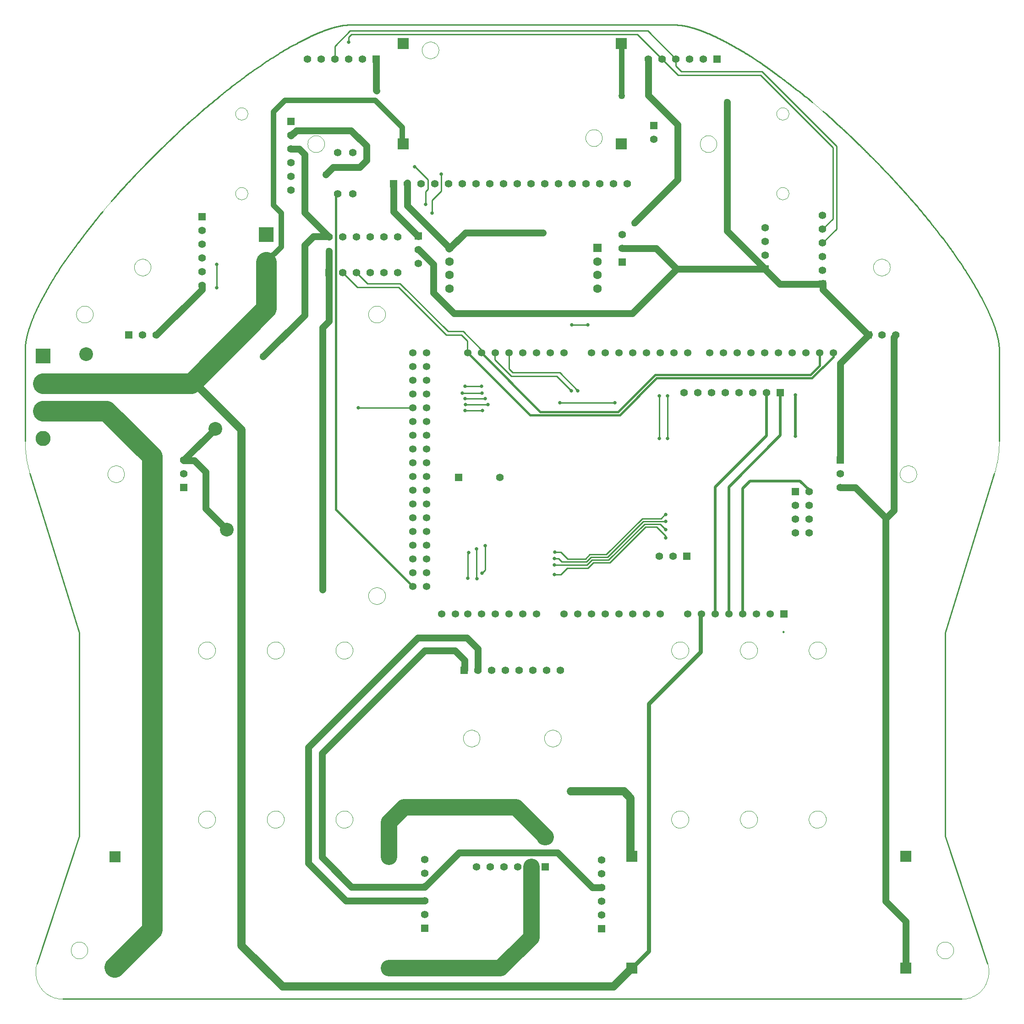
<source format=gbl>
G04*
G04 #@! TF.GenerationSoftware,Altium Limited,Altium Designer,18.0.7 (293)*
G04*
G04 Layer_Physical_Order=2*
G04 Layer_Color=16711680*
%FSLAX25Y25*%
%MOIN*%
G70*
G01*
G75*
%ADD10C,0.00945*%
%ADD11C,0.01000*%
%ADD13C,0.00050*%
%ADD28C,0.05000*%
%ADD29C,0.12000*%
%ADD30C,0.15000*%
%ADD31C,0.04000*%
%ADD32C,0.03000*%
%ADD33C,0.06000*%
%ADD34C,0.02000*%
%ADD35R,0.11000X0.11000*%
%ADD36C,0.11000*%
%ADD37R,0.11000X0.11000*%
%ADD38R,0.06299X0.06299*%
%ADD39C,0.06299*%
%ADD40C,0.05347*%
%ADD41R,0.05347X0.05347*%
%ADD42R,0.05512X0.05512*%
%ADD43C,0.05512*%
%ADD44R,0.05512X0.05512*%
%ADD45R,0.07874X0.07874*%
%ADD46C,0.02500*%
%ADD47C,0.05000*%
%ADD48C,0.10000*%
%ADD49C,0.01500*%
D10*
X552276Y396126D02*
X551567Y396535D01*
Y395717D01*
X552276Y396126D01*
X551567Y396535D01*
Y395717D01*
X552276Y396126D01*
D11*
X394400Y442300D02*
X409200D01*
X389800Y437700D02*
X394400Y442300D01*
X385000Y437700D02*
X389800D01*
X394822Y449178D02*
X407750D01*
X389800Y454200D02*
X394822Y449178D01*
X385400Y454200D02*
X389800D01*
X384900Y444500D02*
X385000Y444600D01*
X387461D01*
X408828D02*
X412528Y448300D01*
X387461Y444600D02*
X408828D01*
X408500Y447100D02*
X411700Y450300D01*
X390600Y447100D02*
X408500D01*
X388200Y449500D02*
X390600Y447100D01*
X385300Y449500D02*
X388200D01*
X465600Y481300D02*
X466200D01*
X462800Y478500D02*
X465600Y481300D01*
X449072Y478500D02*
X462800D01*
X422872Y452300D02*
X449072Y478500D01*
X410872Y452300D02*
X422872D01*
X410872D02*
X410872D01*
X407750Y449178D02*
X410872Y452300D01*
X449900Y476500D02*
X466100D01*
X423700Y450300D02*
X449900Y476500D01*
X411700Y450300D02*
X423700D01*
X459300Y472500D02*
X466100Y465700D01*
X451557Y472500D02*
X459300D01*
X466100Y464500D02*
Y465700D01*
X425357Y446300D02*
X451557Y472500D01*
X413357Y446300D02*
X425357D01*
X409407Y442350D02*
X413357Y446300D01*
X409407Y442350D02*
X409993Y442936D01*
X409407Y442350D02*
X409407D01*
X409200Y442300D02*
X409250Y442350D01*
X409407D01*
X462100Y474500D02*
X466100Y470500D01*
X450728Y474500D02*
X462100D01*
X424528Y448300D02*
X450728Y474500D01*
X412528Y448300D02*
X424528D01*
X332300Y438600D02*
X334800Y441100D01*
X328500Y435050D02*
Y456400D01*
Y435050D02*
X328750Y434800D01*
X322350Y453700D02*
X322700D01*
X322200Y453550D02*
X322350Y453700D01*
X334800Y441100D02*
Y458900D01*
X322200Y435100D02*
Y453550D01*
X318100Y569700D02*
X332100D01*
X320300Y565900D02*
X334700D01*
X320200Y565800D02*
X320300Y565900D01*
X332400Y561400D02*
X336700D01*
X332100Y569700D02*
X332200Y569600D01*
X402200Y571300D02*
Y571550D01*
X389150Y584600D02*
X402200Y571550D01*
X332200Y569600D02*
X332500Y569900D01*
X320300Y561600D02*
X320500Y561400D01*
X332400D01*
X320300D02*
Y561600D01*
X590300Y689048D02*
Y749500D01*
X536200Y803600D02*
X590300Y749500D01*
X473500Y807700D02*
Y812874D01*
Y807700D02*
X477600Y803600D01*
X452974Y833400D02*
X473500Y812874D01*
X477600Y803600D02*
X536200D01*
X580252Y679000D02*
X590300Y689048D01*
X236564Y833400D02*
X452974D01*
X225300Y822136D02*
X236564Y833400D01*
X225300Y813200D02*
Y822136D01*
X332000Y599300D02*
Y601236D01*
X272936Y649300D02*
X307636Y614600D01*
X318636D01*
X241000Y657500D02*
X249200Y649300D01*
X272936D01*
X318636Y614600D02*
X332000Y601236D01*
X580252Y689000D02*
X587800Y696548D01*
Y748464D01*
X535164Y801100D02*
X587800Y748464D01*
X463500Y812874D02*
X475274Y801100D01*
X535164D01*
X445474Y830900D02*
X463500Y812874D01*
X237600Y830900D02*
X445474D01*
X235500Y828800D02*
X237600Y830900D01*
X235500Y825100D02*
Y828800D01*
X317600Y612100D02*
X321900Y607800D01*
Y599200D02*
Y607800D01*
X271900Y646800D02*
X306600Y612100D01*
X317600D01*
X231000Y657500D02*
X241700Y646800D01*
X271900D01*
X354800Y584600D02*
X389150D01*
X352000Y587400D02*
X354800Y584600D01*
X352000Y587400D02*
Y599000D01*
X341800Y594064D02*
Y599200D01*
Y594064D02*
Y599200D01*
X353764Y582100D02*
X386700D01*
X397400Y571400D01*
X341800Y594064D02*
X353764Y582100D01*
X341800Y594064D02*
Y599200D01*
X283600Y734600D02*
Y734900D01*
Y734600D02*
X293100Y725100D01*
Y718200D02*
Y725100D01*
X291300Y716400D02*
X293100Y718200D01*
X291300Y707200D02*
Y716400D01*
X282000Y559100D02*
X282050Y559050D01*
X282200Y558900D01*
X242300Y559100D02*
X282000D01*
X242300D02*
X282000D01*
X282050Y559050D02*
X282200Y558900D01*
X282000Y559100D02*
X282050Y559050D01*
X139400Y646500D02*
Y663500D01*
X389100Y562700D02*
X429100D01*
X502000Y408700D02*
Y409000D01*
X320100Y557100D02*
X332900D01*
X302700Y716700D02*
Y729200D01*
X296200Y710200D02*
X302700Y716700D01*
X296200Y700800D02*
Y710200D01*
X397900Y619500D02*
X409300D01*
X320200Y574600D02*
X332000D01*
X251000Y655699D02*
Y657500D01*
X461300Y536600D02*
Y567900D01*
X467300Y536600D02*
Y567900D01*
X25Y534615D02*
Y601441D01*
X3550Y511320D02*
X39395Y395580D01*
Y247548D02*
Y395580D01*
X8623Y154889D02*
X39395Y247548D01*
X27305Y129000D02*
X681407D01*
X669316Y247548D02*
X700089Y154889D01*
X669316Y247548D02*
Y395580D01*
X705162Y511320D01*
X708686Y534615D02*
Y601441D01*
X708682Y601920D02*
X708686Y601441D01*
X708677Y602161D02*
X708682Y601920D01*
X708670Y602404D02*
X708677Y602161D01*
X708661Y602649D02*
X708670Y602404D01*
X708649Y602895D02*
X708661Y602649D01*
X708636Y603142D02*
X708649Y602895D01*
X708621Y603391D02*
X708636Y603142D01*
X708603Y603641D02*
X708621Y603391D01*
X708584Y603892D02*
X708603Y603641D01*
X708563Y604145D02*
X708584Y603892D01*
X708539Y604399D02*
X708563Y604145D01*
X708514Y604654D02*
X708539Y604399D01*
X708487Y604911D02*
X708514Y604654D01*
X708458Y605169D02*
X708487Y604911D01*
X708427Y605429D02*
X708458Y605169D01*
X708394Y605689D02*
X708427Y605429D01*
X708359Y605951D02*
X708394Y605689D01*
X708322Y606214D02*
X708359Y605951D01*
X708283Y606479D02*
X708322Y606214D01*
X708243Y606745D02*
X708283Y606479D01*
X708200Y607012D02*
X708243Y606745D01*
X708156Y607280D02*
X708200Y607012D01*
X708110Y607549D02*
X708156Y607280D01*
X708062Y607820D02*
X708110Y607549D01*
X708012Y608092D02*
X708062Y607820D01*
X707961Y608364D02*
X708012Y608092D01*
X707907Y608639D02*
X707961Y608364D01*
X707852Y608914D02*
X707907Y608639D01*
X707795Y609190D02*
X707852Y608914D01*
X707736Y609468D02*
X707795Y609190D01*
X707676Y609747D02*
X707736Y609468D01*
X707614Y610026D02*
X707676Y609747D01*
X707550Y610307D02*
X707614Y610026D01*
X707484Y610589D02*
X707550Y610307D01*
X707417Y610872D02*
X707484Y610589D01*
X707347Y611157D02*
X707417Y610872D01*
X707277Y611442D02*
X707347Y611157D01*
X707204Y611728D02*
X707277Y611442D01*
X707130Y612015D02*
X707204Y611728D01*
X707054Y612304D02*
X707130Y612015D01*
X706977Y612593D02*
X707054Y612304D01*
X706897Y612883D02*
X706977Y612593D01*
X706817Y613175D02*
X706897Y612883D01*
X706734Y613467D02*
X706817Y613175D01*
X706650Y613760D02*
X706734Y613467D01*
X706565Y614055D02*
X706650Y613760D01*
X706477Y614350D02*
X706565Y614055D01*
X706389Y614646D02*
X706477Y614350D01*
X706298Y614943D02*
X706389Y614646D01*
X706206Y615241D02*
X706298Y614943D01*
X706113Y615540D02*
X706206Y615241D01*
X706018Y615840D02*
X706113Y615540D01*
X705921Y616140D02*
X706018Y615840D01*
X705823Y616442D02*
X705921Y616140D01*
X705724Y616744D02*
X705823Y616442D01*
X705623Y617047D02*
X705724Y616744D01*
X705520Y617352D02*
X705623Y617047D01*
X705416Y617656D02*
X705520Y617352D01*
X705311Y617962D02*
X705416Y617656D01*
X705204Y618269D02*
X705311Y617962D01*
X705095Y618576D02*
X705204Y618269D01*
X704985Y618884D02*
X705095Y618576D01*
X704874Y619193D02*
X704985Y618884D01*
X704762Y619503D02*
X704874Y619193D01*
X704648Y619813D02*
X704762Y619503D01*
X704532Y620124D02*
X704648Y619813D01*
X704415Y620436D02*
X704532Y620124D01*
X704297Y620748D02*
X704415Y620436D01*
X704177Y621062D02*
X704297Y620748D01*
X704057Y621376D02*
X704177Y621062D01*
X703934Y621690D02*
X704057Y621376D01*
X703811Y622006D02*
X703934Y621690D01*
X703686Y622322D02*
X703811Y622006D01*
X703560Y622638D02*
X703686Y622322D01*
X703432Y622956D02*
X703560Y622638D01*
X703303Y623273D02*
X703432Y622956D01*
X703173Y623592D02*
X703303Y623273D01*
X703042Y623911D02*
X703173Y623592D01*
X702909Y624231D02*
X703042Y623911D01*
X702776Y624551D02*
X702909Y624231D01*
X702641Y624872D02*
X702776Y624551D01*
X702504Y625193D02*
X702641Y624872D01*
X702367Y625515D02*
X702504Y625193D01*
X702228Y625838D02*
X702367Y625515D01*
X702088Y626161D02*
X702228Y625838D01*
X701947Y626485D02*
X702088Y626161D01*
X701805Y626809D02*
X701947Y626485D01*
X701662Y627133D02*
X701805Y626809D01*
X701517Y627458D02*
X701662Y627133D01*
X701371Y627784D02*
X701517Y627458D01*
X701225Y628110D02*
X701371Y627784D01*
X701077Y628436D02*
X701225Y628110D01*
X700928Y628763D02*
X701077Y628436D01*
X700778Y629091D02*
X700928Y628763D01*
X700626Y629418D02*
X700778Y629091D01*
X700474Y629746D02*
X700626Y629418D01*
X700321Y630075D02*
X700474Y629746D01*
X700166Y630404D02*
X700321Y630075D01*
X700011Y630733D02*
X700166Y630404D01*
X699854Y631063D02*
X700011Y630733D01*
X699697Y631393D02*
X699854Y631063D01*
X699538Y631723D02*
X699697Y631393D01*
X699379Y632054D02*
X699538Y631723D01*
X699218Y632385D02*
X699379Y632054D01*
X699057Y632716D02*
X699218Y632385D01*
X698894Y633048D02*
X699057Y632716D01*
X698731Y633380D02*
X698894Y633048D01*
X698567Y633712D02*
X698731Y633380D01*
X698401Y634044D02*
X698567Y633712D01*
X698235Y634377D02*
X698401Y634044D01*
X698068Y634710D02*
X698235Y634377D01*
X697900Y635043D02*
X698068Y634710D01*
X697731Y635377D02*
X697900Y635043D01*
X697561Y635710D02*
X697731Y635377D01*
X697390Y636044D02*
X697561Y635710D01*
X697219Y636378D02*
X697390Y636044D01*
X697046Y636712D02*
X697219Y636378D01*
X696873Y637047D02*
X697046Y636712D01*
X696699Y637381D02*
X696873Y637047D01*
X696524Y637716D02*
X696699Y637381D01*
X696348Y638050D02*
X696524Y637716D01*
X696172Y638385D02*
X696348Y638050D01*
X695994Y638720D02*
X696172Y638385D01*
X695637Y639391D02*
X695994Y638720D01*
X695277Y640061D02*
X695637Y639391D01*
X694914Y640732D02*
X695277Y640061D01*
X694548Y641403D02*
X694914Y640732D01*
X694180Y642074D02*
X694548Y641403D01*
X693808Y642745D02*
X694180Y642074D01*
X693434Y643415D02*
X693808Y642745D01*
X693058Y644086D02*
X693434Y643415D01*
X692679Y644756D02*
X693058Y644086D01*
X692298Y645426D02*
X692679Y644756D01*
X691914Y646095D02*
X692298Y645426D01*
X691528Y646764D02*
X691914Y646095D01*
X691140Y647432D02*
X691528Y646764D01*
X690750Y648100D02*
X691140Y647432D01*
X690358Y648766D02*
X690750Y648100D01*
X689965Y649432D02*
X690358Y648766D01*
X689569Y650096D02*
X689965Y649432D01*
X689172Y650760D02*
X689569Y650096D01*
X688773Y651422D02*
X689172Y650760D01*
X688373Y652083D02*
X688773Y651422D01*
X687971Y652743D02*
X688373Y652083D01*
X687568Y653401D02*
X687971Y652743D01*
X687163Y654058D02*
X687568Y653401D01*
X686758Y654713D02*
X687163Y654058D01*
X686147Y655692D02*
X686758Y654713D01*
X685535Y656667D02*
X686147Y655692D01*
X684920Y657637D02*
X685535Y656667D01*
X684304Y658603D02*
X684920Y657637D01*
X683687Y659564D02*
X684304Y658603D01*
X682862Y660836D02*
X683687Y659564D01*
X682035Y662099D02*
X682862Y660836D01*
X681002Y663661D02*
X682035Y662099D01*
X678938Y666729D02*
X681002Y663661D01*
X676072Y670879D02*
X678938Y666729D01*
X675060Y672315D02*
X676072Y670879D01*
X674256Y673444D02*
X675060Y672315D01*
X673657Y674280D02*
X674256Y673444D01*
X673061Y675106D02*
X673657Y674280D01*
X672469Y675920D02*
X673061Y675106D01*
X672077Y676458D02*
X672469Y675920D01*
X671687Y676990D02*
X672077Y676458D01*
X671299Y677518D02*
X671687Y676990D01*
X670912Y678040D02*
X671299Y677518D01*
X670720Y678300D02*
X670912Y678040D01*
X669363Y680119D02*
X670720Y678300D01*
X667993Y681939D02*
X669363Y680119D01*
X666610Y683759D02*
X667993Y681939D01*
X665213Y685579D02*
X666610Y683759D01*
X663803Y687400D02*
X665213Y685579D01*
X662379Y689221D02*
X663803Y687400D01*
X660941Y691042D02*
X662379Y689221D01*
X659490Y692863D02*
X660941Y691042D01*
X658026Y694685D02*
X659490Y692863D01*
X656548Y696507D02*
X658026Y694685D01*
X655057Y698329D02*
X656548Y696507D01*
X653552Y700152D02*
X655057Y698329D01*
X652034Y701975D02*
X653552Y700152D01*
X650502Y703798D02*
X652034Y701975D01*
X648957Y705621D02*
X650502Y703798D01*
X647399Y707444D02*
X648957Y705621D01*
X645827Y709268D02*
X647399Y707444D01*
X644241Y711092D02*
X645827Y709268D01*
X642642Y712916D02*
X644241Y711092D01*
X641030Y714741D02*
X642642Y712916D01*
X639404Y716565D02*
X641030Y714741D01*
X637765Y718390D02*
X639404Y716565D01*
X636113Y720215D02*
X637765Y718390D01*
X634447Y722040D02*
X636113Y720215D01*
X632768Y723866D02*
X634447Y722040D01*
X631075Y725692D02*
X632768Y723866D01*
X629369Y727517D02*
X631075Y725692D01*
X627650Y729343D02*
X629369Y727517D01*
X625917Y731170D02*
X627650Y729343D01*
X624171Y732996D02*
X625917Y731170D01*
X622411Y734822D02*
X624171Y732996D01*
X620638Y736649D02*
X622411Y734822D01*
X618852Y738476D02*
X620638Y736649D01*
X617052Y740303D02*
X618852Y738476D01*
X615239Y742130D02*
X617052Y740303D01*
X613936Y743435D02*
X615239Y742130D01*
X613676Y743695D02*
X613936Y743435D01*
X613416Y743955D02*
X613676Y743695D01*
X613156Y744214D02*
X613416Y743955D01*
X612897Y744472D02*
X613156Y744214D01*
X612638Y744730D02*
X612897Y744472D01*
X612380Y744988D02*
X612638Y744730D01*
X612122Y745245D02*
X612380Y744988D01*
X611864Y745501D02*
X612122Y745245D01*
X611606Y745757D02*
X611864Y745501D01*
X611349Y746012D02*
X611606Y745757D01*
X611093Y746267D02*
X611349Y746012D01*
X610836Y746521D02*
X611093Y746267D01*
X610580Y746774D02*
X610836Y746521D01*
X610325Y747028D02*
X610580Y746774D01*
X610069Y747280D02*
X610325Y747028D01*
X609814Y747532D02*
X610069Y747280D01*
X609560Y747784D02*
X609814Y747532D01*
X609305Y748035D02*
X609560Y747784D01*
X609051Y748286D02*
X609305Y748035D01*
X608797Y748536D02*
X609051Y748286D01*
X608544Y748785D02*
X608797Y748536D01*
X608291Y749034D02*
X608544Y748785D01*
X608038Y749283D02*
X608291Y749034D01*
X607786Y749531D02*
X608038Y749283D01*
X607533Y749779D02*
X607786Y749531D01*
X607281Y750026D02*
X607533Y749779D01*
X607030Y750273D02*
X607281Y750026D01*
X606778Y750519D02*
X607030Y750273D01*
X606276Y751010D02*
X606778Y750519D01*
X605775Y751499D02*
X606276Y751010D01*
X605275Y751986D02*
X605775Y751499D01*
X604776Y752472D02*
X605275Y751986D01*
X604278Y752956D02*
X604776Y752472D01*
X603780Y753438D02*
X604278Y752956D01*
X603284Y753918D02*
X603780Y753438D01*
X602788Y754397D02*
X603284Y753918D01*
X602293Y754874D02*
X602788Y754397D01*
X601799Y755350D02*
X602293Y754874D01*
X601306Y755823D02*
X601799Y755350D01*
X600813Y756296D02*
X601306Y755823D01*
X600320Y756767D02*
X600813Y756296D01*
X599829Y757236D02*
X600320Y756767D01*
X599338Y757704D02*
X599829Y757236D01*
X598847Y758170D02*
X599338Y757704D01*
X598357Y758635D02*
X598847Y758170D01*
X597867Y759099D02*
X598357Y758635D01*
X597377Y759561D02*
X597867Y759099D01*
X596888Y760022D02*
X597377Y759561D01*
X596399Y760481D02*
X596888Y760022D01*
X595911Y760940D02*
X596399Y760481D01*
X595422Y761397D02*
X595911Y760940D01*
X594934Y761853D02*
X595422Y761397D01*
X594446Y762307D02*
X594934Y761853D01*
X593958Y762761D02*
X594446Y762307D01*
X593470Y763213D02*
X593958Y762761D01*
X592738Y763890D02*
X593470Y763213D01*
X592006Y764564D02*
X592738Y763890D01*
X591274Y765236D02*
X592006Y764564D01*
X590542Y765905D02*
X591274Y765236D01*
X589809Y766573D02*
X590542Y765905D01*
X589076Y767239D02*
X589809Y766573D01*
X588341Y767902D02*
X589076Y767239D01*
X587361Y768785D02*
X588341Y767902D01*
X586379Y769664D02*
X587361Y768785D01*
X585395Y770540D02*
X586379Y769664D01*
X584161Y771632D02*
X585395Y770540D01*
X582674Y772938D02*
X584161Y771632D01*
X580431Y774889D02*
X582674Y772938D01*
X570956Y782866D02*
X572786Y781357D01*
X569636Y783944D02*
X570956Y782866D01*
X568304Y785025D02*
X569636Y783944D01*
X567231Y785890D02*
X568304Y785025D01*
X566150Y786758D02*
X567231Y785890D01*
X565060Y787627D02*
X566150Y786758D01*
X564237Y788280D02*
X565060Y787627D01*
X563410Y788934D02*
X564237Y788280D01*
X562577Y789590D02*
X563410Y788934D01*
X561739Y790247D02*
X562577Y789590D01*
X560896Y790905D02*
X561739Y790247D01*
X560047Y791565D02*
X560896Y790905D01*
X559193Y792227D02*
X560047Y791565D01*
X558332Y792891D02*
X559193Y792227D01*
X557467Y793556D02*
X558332Y792891D01*
X556886Y794001D02*
X557467Y793556D01*
X556303Y794447D02*
X556886Y794001D01*
X555717Y794893D02*
X556303Y794447D01*
X555128Y795341D02*
X555717Y794893D01*
X554537Y795789D02*
X555128Y795341D01*
X553942Y796239D02*
X554537Y795789D01*
X553345Y796690D02*
X553942Y796239D01*
X552745Y797141D02*
X553345Y796690D01*
X552142Y797594D02*
X552745Y797141D01*
X551535Y798048D02*
X552142Y797594D01*
X550926Y798503D02*
X551535Y798048D01*
X550314Y798960D02*
X550926Y798503D01*
X549699Y799417D02*
X550314Y798960D01*
X549080Y799876D02*
X549699Y799417D01*
X548771Y800105D02*
X549080Y799876D01*
X548465Y800332D02*
X548771Y800105D01*
X548161Y800557D02*
X548465Y800332D01*
X547860Y800780D02*
X548161Y800557D01*
X547561Y801002D02*
X547860Y800780D01*
X547265Y801222D02*
X547561Y801002D01*
X546970Y801440D02*
X547265Y801222D01*
X546678Y801656D02*
X546970Y801440D01*
X546388Y801871D02*
X546678Y801656D01*
X546100Y802084D02*
X546388Y801871D01*
X545815Y802295D02*
X546100Y802084D01*
X545531Y802505D02*
X545815Y802295D01*
X545249Y802713D02*
X545531Y802505D01*
X544969Y802920D02*
X545249Y802713D01*
X544691Y803125D02*
X544969Y802920D01*
X544415Y803329D02*
X544691Y803125D01*
X544140Y803531D02*
X544415Y803329D01*
X543867Y803732D02*
X544140Y803531D01*
X543596Y803932D02*
X543867Y803732D01*
X543326Y804130D02*
X543596Y803932D01*
X543058Y804327D02*
X543326Y804130D01*
X542791Y804523D02*
X543058Y804327D01*
X542526Y804718D02*
X542791Y804523D01*
X542262Y804911D02*
X542526Y804718D01*
X541999Y805103D02*
X542262Y804911D01*
X541738Y805294D02*
X541999Y805103D01*
X541478Y805484D02*
X541738Y805294D01*
X541219Y805673D02*
X541478Y805484D01*
X540960Y805860D02*
X541219Y805673D01*
X540703Y806047D02*
X540960Y805860D01*
X540447Y806233D02*
X540703Y806047D01*
X540192Y806417D02*
X540447Y806233D01*
X539938Y806601D02*
X540192Y806417D01*
X539685Y806784D02*
X539938Y806601D01*
X539432Y806966D02*
X539685Y806784D01*
X539180Y807147D02*
X539432Y806966D01*
X538928Y807327D02*
X539180Y807147D01*
X538678Y807507D02*
X538928Y807327D01*
X538427Y807686D02*
X538678Y807507D01*
X538178Y807864D02*
X538427Y807686D01*
X537928Y808041D02*
X538178Y807864D01*
X537679Y808217D02*
X537928Y808041D01*
X537431Y808393D02*
X537679Y808217D01*
X537182Y808569D02*
X537431Y808393D01*
X536934Y808744D02*
X537182Y808569D01*
X536686Y808918D02*
X536934Y808744D01*
X536438Y809091D02*
X536686Y808918D01*
X536190Y809265D02*
X536438Y809091D01*
X535942Y809437D02*
X536190Y809265D01*
X535695Y809610D02*
X535942Y809437D01*
X535446Y809782D02*
X535695Y809610D01*
X535198Y809953D02*
X535446Y809782D01*
X534950Y810124D02*
X535198Y809953D01*
X534701Y810295D02*
X534950Y810124D01*
X534452Y810466D02*
X534701Y810295D01*
X534203Y810636D02*
X534452Y810466D01*
X533953Y810806D02*
X534203Y810636D01*
X533451Y811146D02*
X533953Y810806D01*
X532947Y811485D02*
X533451Y811146D01*
X532441Y811824D02*
X532947Y811485D01*
X531417Y812502D02*
X532441Y811824D01*
X529584Y813694D02*
X531417Y812502D01*
X529048Y814037D02*
X529584Y813694D01*
X528506Y814382D02*
X529048Y814037D01*
X527958Y814728D02*
X528506Y814382D01*
X527402Y815076D02*
X527958Y814728D01*
X527122Y815251D02*
X527402Y815076D01*
X526839Y815427D02*
X527122Y815251D01*
X526555Y815603D02*
X526839Y815427D01*
X526269Y815780D02*
X526555Y815603D01*
X525980Y815957D02*
X526269Y815780D01*
X525690Y816135D02*
X525980Y815957D01*
X525397Y816314D02*
X525690Y816135D01*
X525102Y816494D02*
X525397Y816314D01*
X524805Y816674D02*
X525102Y816494D01*
X524505Y816856D02*
X524805Y816674D01*
X524203Y817038D02*
X524505Y816856D01*
X523898Y817221D02*
X524203Y817038D01*
X523591Y817405D02*
X523898Y817221D01*
X523282Y817590D02*
X523591Y817405D01*
X522970Y817776D02*
X523282Y817590D01*
X522655Y817963D02*
X522970Y817776D01*
X522337Y818151D02*
X522655Y817963D01*
X522017Y818340D02*
X522337Y818151D01*
X521694Y818530D02*
X522017Y818340D01*
X521368Y818721D02*
X521694Y818530D01*
X521039Y818914D02*
X521368Y818721D01*
X520707Y819108D02*
X521039Y818914D01*
X520372Y819302D02*
X520707Y819108D01*
X520034Y819499D02*
X520372Y819302D01*
X519692Y819696D02*
X520034Y819499D01*
X519348Y819895D02*
X519692Y819696D01*
X519000Y820095D02*
X519348Y819895D01*
X518649Y820296D02*
X519000Y820095D01*
X518294Y820499D02*
X518649Y820296D01*
X517937Y820703D02*
X518294Y820499D01*
X517575Y820909D02*
X517937Y820703D01*
X517210Y821116D02*
X517575Y820909D01*
X516842Y821325D02*
X517210Y821116D01*
X516469Y821535D02*
X516842Y821325D01*
X516094Y821747D02*
X516469Y821535D01*
X515714Y821961D02*
X516094Y821747D01*
X515330Y822176D02*
X515714Y821961D01*
X514943Y822393D02*
X515330Y822176D01*
X514552Y822611D02*
X514943Y822393D01*
X514157Y822831D02*
X514552Y822611D01*
X513757Y823053D02*
X514157Y822831D01*
X513354Y823277D02*
X513757Y823053D01*
X512947Y823503D02*
X513354Y823277D01*
X512538Y823728D02*
X512947Y823503D01*
X512130Y823952D02*
X512538Y823728D01*
X511724Y824174D02*
X512130Y823952D01*
X511319Y824394D02*
X511724Y824174D01*
X510916Y824613D02*
X511319Y824394D01*
X510514Y824829D02*
X510916Y824613D01*
X510113Y825044D02*
X510514Y824829D01*
X509714Y825257D02*
X510113Y825044D01*
X509316Y825468D02*
X509714Y825257D01*
X508920Y825678D02*
X509316Y825468D01*
X508525Y825885D02*
X508920Y825678D01*
X508131Y826091D02*
X508525Y825885D01*
X507738Y826295D02*
X508131Y826091D01*
X507347Y826497D02*
X507738Y826295D01*
X506958Y826697D02*
X507347Y826497D01*
X506569Y826895D02*
X506958Y826697D01*
X506182Y827092D02*
X506569Y826895D01*
X505797Y827287D02*
X506182Y827092D01*
X505413Y827480D02*
X505797Y827287D01*
X505030Y827671D02*
X505413Y827480D01*
X504648Y827860D02*
X505030Y827671D01*
X504268Y828048D02*
X504648Y827860D01*
X503890Y828234D02*
X504268Y828048D01*
X503512Y828418D02*
X503890Y828234D01*
X503136Y828600D02*
X503512Y828418D01*
X502762Y828780D02*
X503136Y828600D01*
X502389Y828959D02*
X502762Y828780D01*
X502017Y829135D02*
X502389Y828959D01*
X501646Y829310D02*
X502017Y829135D01*
X501277Y829483D02*
X501646Y829310D01*
X500909Y829655D02*
X501277Y829483D01*
X500543Y829824D02*
X500909Y829655D01*
X500178Y829992D02*
X500543Y829824D01*
X499815Y830158D02*
X500178Y829992D01*
X499452Y830322D02*
X499815Y830158D01*
X499091Y830484D02*
X499452Y830322D01*
X498732Y830644D02*
X499091Y830484D01*
X498374Y830803D02*
X498732Y830644D01*
X498017Y830960D02*
X498374Y830803D01*
X497662Y831114D02*
X498017Y830960D01*
X497308Y831268D02*
X497662Y831114D01*
X496955Y831419D02*
X497308Y831268D01*
X496604Y831568D02*
X496955Y831419D01*
X496254Y831716D02*
X496604Y831568D01*
X495905Y831862D02*
X496254Y831716D01*
X495558Y832006D02*
X495905Y831862D01*
X495212Y832148D02*
X495558Y832006D01*
X494868Y832289D02*
X495212Y832148D01*
X494525Y832427D02*
X494868Y832289D01*
X494183Y832564D02*
X494525Y832427D01*
X493843Y832699D02*
X494183Y832564D01*
X493504Y832833D02*
X493843Y832699D01*
X493166Y832964D02*
X493504Y832833D01*
X492830Y833094D02*
X493166Y832964D01*
X492495Y833221D02*
X492830Y833094D01*
X492162Y833347D02*
X492495Y833221D01*
X491830Y833471D02*
X492162Y833347D01*
X491499Y833594D02*
X491830Y833471D01*
X491170Y833714D02*
X491499Y833594D01*
X490842Y833833D02*
X491170Y833714D01*
X490515Y833950D02*
X490842Y833833D01*
X490190Y834065D02*
X490515Y833950D01*
X489866Y834178D02*
X490190Y834065D01*
X489544Y834290D02*
X489866Y834178D01*
X489223Y834399D02*
X489544Y834290D01*
X488903Y834507D02*
X489223Y834399D01*
X488585Y834613D02*
X488903Y834507D01*
X488268Y834717D02*
X488585Y834613D01*
X487952Y834820D02*
X488268Y834717D01*
X487638Y834920D02*
X487952Y834820D01*
X487325Y835019D02*
X487638Y834920D01*
X487013Y835116D02*
X487325Y835019D01*
X486703Y835211D02*
X487013Y835116D01*
X486394Y835305D02*
X486703Y835211D01*
X486087Y835396D02*
X486394Y835305D01*
X485781Y835486D02*
X486087Y835396D01*
X485476Y835574D02*
X485781Y835486D01*
X485173Y835660D02*
X485476Y835574D01*
X484871Y835744D02*
X485173Y835660D01*
X484571Y835826D02*
X484871Y835744D01*
X484272Y835907D02*
X484571Y835826D01*
X483974Y835986D02*
X484272Y835907D01*
X483677Y836063D02*
X483974Y835986D01*
X483382Y836138D02*
X483677Y836063D01*
X483089Y836212D02*
X483382Y836138D01*
X482796Y836283D02*
X483089Y836212D01*
X482505Y836353D02*
X482796Y836283D01*
X482216Y836421D02*
X482505Y836353D01*
X481928Y836487D02*
X482216Y836421D01*
X481641Y836551D02*
X481928Y836487D01*
X481355Y836614D02*
X481641Y836551D01*
X481071Y836675D02*
X481355Y836614D01*
X480789Y836734D02*
X481071Y836675D01*
X480507Y836791D02*
X480789Y836734D01*
X480227Y836846D02*
X480507Y836791D01*
X479949Y836899D02*
X480227Y836846D01*
X479671Y836951D02*
X479949Y836899D01*
X479396Y837001D02*
X479671Y836951D01*
X479121Y837049D02*
X479396Y837001D01*
X478848Y837095D02*
X479121Y837049D01*
X478576Y837139D02*
X478848Y837095D01*
X478306Y837182D02*
X478576Y837139D01*
X478037Y837223D02*
X478306Y837182D01*
X477769Y837262D02*
X478037Y837223D01*
X477503Y837299D02*
X477769Y837262D01*
X477238Y837334D02*
X477503Y837299D01*
X476975Y837368D02*
X477238Y837334D01*
X476712Y837400D02*
X476975Y837368D01*
X476452Y837429D02*
X476712Y837400D01*
X476192Y837458D02*
X476452Y837429D01*
X475934Y837484D02*
X476192Y837458D01*
X475678Y837508D02*
X475934Y837484D01*
X475422Y837531D02*
X475678Y837508D01*
X475168Y837552D02*
X475422Y837531D01*
X474916Y837571D02*
X475168Y837552D01*
X474665Y837588D02*
X474916Y837571D01*
X474415Y837603D02*
X474665Y837588D01*
X474167Y837617D02*
X474415Y837603D01*
X473919Y837629D02*
X474167Y837617D01*
X473674Y837639D02*
X473919Y837629D01*
X473429Y837647D02*
X473674Y837639D01*
X473187Y837653D02*
X473429Y837647D01*
X472945Y837658D02*
X473187Y837653D01*
X472705Y837661D02*
X472945Y837658D01*
X472466Y837661D02*
X472705Y837661D01*
X236245Y837661D02*
X472466D01*
X235767Y837657D02*
X236245Y837661D01*
X235525Y837652D02*
X235767Y837657D01*
X235282Y837645D02*
X235525Y837652D01*
X235038Y837636D02*
X235282Y837645D01*
X234792Y837624D02*
X235038Y837636D01*
X234544Y837611D02*
X234792Y837624D01*
X234296Y837596D02*
X234544Y837611D01*
X234046Y837578D02*
X234296Y837596D01*
X233794Y837559D02*
X234046Y837578D01*
X233542Y837538D02*
X233794Y837559D01*
X233287Y837514D02*
X233542Y837538D01*
X233032Y837489D02*
X233287Y837514D01*
X232775Y837462D02*
X233032Y837489D01*
X232517Y837433D02*
X232775Y837462D01*
X232258Y837402D02*
X232517Y837433D01*
X231997Y837369D02*
X232258Y837402D01*
X231735Y837334D02*
X231997Y837369D01*
X231472Y837297D02*
X231735Y837334D01*
X231208Y837258D02*
X231472Y837297D01*
X230942Y837218D02*
X231208Y837258D01*
X230675Y837175D02*
X230942Y837218D01*
X230407Y837131D02*
X230675Y837175D01*
X230137Y837085D02*
X230407Y837131D01*
X229867Y837037D02*
X230137Y837085D01*
X229595Y836987D02*
X229867Y837037D01*
X229322Y836936D02*
X229595Y836987D01*
X229048Y836882D02*
X229322Y836936D01*
X228773Y836827D02*
X229048Y836882D01*
X228496Y836770D02*
X228773Y836827D01*
X228219Y836711D02*
X228496Y836770D01*
X227940Y836651D02*
X228219Y836711D01*
X227660Y836589D02*
X227940Y836651D01*
X227379Y836525D02*
X227660Y836589D01*
X227097Y836459D02*
X227379Y836525D01*
X226814Y836392D02*
X227097Y836459D01*
X226530Y836322D02*
X226814Y836392D01*
X226245Y836252D02*
X226530Y836322D01*
X225958Y836179D02*
X226245Y836252D01*
X225671Y836105D02*
X225958Y836179D01*
X225383Y836029D02*
X225671Y836105D01*
X225093Y835952D02*
X225383Y836029D01*
X224803Y835872D02*
X225093Y835952D01*
X224512Y835792D02*
X224803Y835872D01*
X224219Y835709D02*
X224512Y835792D01*
X223926Y835625D02*
X224219Y835709D01*
X223632Y835540D02*
X223926Y835625D01*
X223337Y835452D02*
X223632Y835540D01*
X223040Y835364D02*
X223337Y835452D01*
X222743Y835273D02*
X223040Y835364D01*
X222445Y835181D02*
X222743Y835273D01*
X222147Y835088D02*
X222445Y835181D01*
X221847Y834993D02*
X222147Y835088D01*
X221546Y834896D02*
X221847Y834993D01*
X221245Y834798D02*
X221546Y834896D01*
X220942Y834699D02*
X221245Y834798D01*
X220639Y834598D02*
X220942Y834699D01*
X220335Y834495D02*
X220639Y834598D01*
X220030Y834391D02*
X220335Y834495D01*
X219724Y834286D02*
X220030Y834391D01*
X219418Y834179D02*
X219724Y834286D01*
X219110Y834070D02*
X219418Y834179D01*
X218802Y833960D02*
X219110Y834070D01*
X218493Y833849D02*
X218802Y833960D01*
X218184Y833737D02*
X218493Y833849D01*
X217873Y833623D02*
X218184Y833737D01*
X217562Y833507D02*
X217873Y833623D01*
X217251Y833390D02*
X217562Y833507D01*
X216938Y833272D02*
X217251Y833390D01*
X216625Y833152D02*
X216938Y833272D01*
X216311Y833032D02*
X216625Y833152D01*
X215996Y832909D02*
X216311Y833032D01*
X215681Y832786D02*
X215996Y832909D01*
X215365Y832661D02*
X215681Y832786D01*
X215048Y832535D02*
X215365Y832661D01*
X214731Y832407D02*
X215048Y832535D01*
X214413Y832278D02*
X214731Y832407D01*
X214094Y832148D02*
X214413Y832278D01*
X213775Y832017D02*
X214094Y832148D01*
X213456Y831884D02*
X213775Y832017D01*
X213135Y831751D02*
X213456Y831884D01*
X212814Y831616D02*
X213135Y831751D01*
X212493Y831479D02*
X212814Y831616D01*
X212171Y831342D02*
X212493Y831479D01*
X211848Y831203D02*
X212171Y831342D01*
X211525Y831063D02*
X211848Y831203D01*
X211202Y830922D02*
X211525Y831063D01*
X210878Y830780D02*
X211202Y830922D01*
X210553Y830637D02*
X210878Y830780D01*
X210228Y830492D02*
X210553Y830637D01*
X209903Y830346D02*
X210228Y830492D01*
X209577Y830200D02*
X209903Y830346D01*
X209250Y830052D02*
X209577Y830200D01*
X208923Y829903D02*
X209250Y830052D01*
X208596Y829753D02*
X208923Y829903D01*
X208268Y829601D02*
X208596Y829753D01*
X207940Y829449D02*
X208268Y829601D01*
X207611Y829296D02*
X207940Y829449D01*
X207283Y829141D02*
X207611Y829296D01*
X206953Y828986D02*
X207283Y829141D01*
X206624Y828829D02*
X206953Y828986D01*
X206294Y828672D02*
X206624Y828829D01*
X205963Y828513D02*
X206294Y828672D01*
X205632Y828354D02*
X205963Y828513D01*
X205301Y828193D02*
X205632Y828354D01*
X204970Y828032D02*
X205301Y828193D01*
X204638Y827869D02*
X204970Y828032D01*
X204307Y827706D02*
X204638Y827869D01*
X203974Y827542D02*
X204307Y827706D01*
X203642Y827376D02*
X203974Y827542D01*
X203309Y827210D02*
X203642Y827376D01*
X202976Y827043D02*
X203309Y827210D01*
X202643Y826875D02*
X202976Y827043D01*
X202310Y826706D02*
X202643Y826875D01*
X201976Y826536D02*
X202310Y826706D01*
X201642Y826365D02*
X201976Y826536D01*
X201308Y826194D02*
X201642Y826365D01*
X200974Y826021D02*
X201308Y826194D01*
X200640Y825848D02*
X200974Y826021D01*
X200305Y825674D02*
X200640Y825848D01*
X199971Y825499D02*
X200305Y825674D01*
X199636Y825323D02*
X199971Y825499D01*
X199301Y825147D02*
X199636Y825323D01*
X198966Y824969D02*
X199301Y825147D01*
X198296Y824612D02*
X198966Y824969D01*
X197625Y824252D02*
X198296Y824612D01*
X196955Y823889D02*
X197625Y824252D01*
X196284Y823523D02*
X196955Y823889D01*
X195613Y823155D02*
X196284Y823523D01*
X194942Y822783D02*
X195613Y823155D01*
X194271Y822409D02*
X194942Y822783D01*
X193600Y822033D02*
X194271Y822409D01*
X192930Y821654D02*
X193600Y822033D01*
X192260Y821273D02*
X192930Y821654D01*
X191591Y820889D02*
X192260Y821273D01*
X190922Y820503D02*
X191591Y820889D01*
X190254Y820115D02*
X190922Y820503D01*
X189587Y819725D02*
X190254Y820115D01*
X188920Y819333D02*
X189587Y819725D01*
X188255Y818940D02*
X188920Y819333D01*
X187590Y818544D02*
X188255Y818940D01*
X186927Y818147D02*
X187590Y818544D01*
X186264Y817748D02*
X186927Y818147D01*
X185603Y817348D02*
X186264Y817748D01*
X184944Y816946D02*
X185603Y817348D01*
X184286Y816543D02*
X184944Y816946D01*
X183629Y816138D02*
X184286Y816543D01*
X182974Y815733D02*
X183629Y816138D01*
X181995Y815122D02*
X182974Y815733D01*
X181020Y814510D02*
X181995Y815122D01*
X180049Y813895D02*
X181020Y814510D01*
X179083Y813279D02*
X180049Y813895D01*
X178123Y812662D02*
X179083Y813279D01*
X176850Y811837D02*
X178123Y812662D01*
X175588Y811010D02*
X176850Y811837D01*
X174025Y809977D02*
X175588Y811010D01*
X170957Y807913D02*
X174025Y809977D01*
X166808Y805047D02*
X170957Y807913D01*
X165372Y804035D02*
X166808Y805047D01*
X164242Y803231D02*
X165372Y804035D01*
X163406Y802632D02*
X164242Y803231D01*
X162581Y802036D02*
X163406Y802632D01*
X161766Y801444D02*
X162581Y802036D01*
X161229Y801052D02*
X161766Y801444D01*
X160696Y800662D02*
X161229Y801052D01*
X160169Y800274D02*
X160696Y800662D01*
X159646Y799887D02*
X160169Y800274D01*
X157827Y798533D02*
X159646Y799887D01*
X156007Y797165D02*
X157827Y798533D01*
X154187Y795783D02*
X156007Y797165D01*
X152367Y794388D02*
X154187Y795783D01*
X150547Y792980D02*
X152367Y794388D01*
X148726Y791558D02*
X150547Y792980D01*
X146905Y790122D02*
X148726Y791558D01*
X145083Y788673D02*
X146905Y790122D01*
X143262Y787211D02*
X145083Y788673D01*
X141440Y785735D02*
X143262Y787211D01*
X139617Y784246D02*
X141440Y785735D01*
X137795Y782743D02*
X139617Y784246D01*
X135972Y781227D02*
X137795Y782743D01*
X134149Y779697D02*
X135972Y781227D01*
X132326Y778154D02*
X134149Y779697D01*
X130503Y776597D02*
X132326Y778154D01*
X128679Y775027D02*
X130503Y776597D01*
X126855Y773444D02*
X128679Y775027D01*
X125031Y771847D02*
X126855Y773444D01*
X123206Y770236D02*
X125031Y771847D01*
X121382Y768613D02*
X123206Y770236D01*
X119557Y766975D02*
X121382Y768613D01*
X117732Y765325D02*
X119557Y766975D01*
X115907Y763661D02*
X117732Y765325D01*
X114081Y761983D02*
X115907Y763661D01*
X112256Y760293D02*
X114081Y761983D01*
X110430Y758589D02*
X112256Y760293D01*
X108604Y756871D02*
X110430Y758589D01*
X106778Y755140D02*
X108604Y756871D01*
X104951Y753396D02*
X106778Y755140D01*
X103125Y751638D02*
X104951Y753396D01*
X101298Y749867D02*
X103125Y751638D01*
X99472Y748083D02*
X101298Y749867D01*
X97645Y746285D02*
X99472Y748083D01*
X95817Y744474D02*
X97645Y746285D01*
X94512Y743172D02*
X95817Y744474D01*
X94251Y742911D02*
X94512Y743172D01*
X93991Y742651D02*
X94251Y742911D01*
X93732Y742391D02*
X93991Y742651D01*
X93473Y742131D02*
X93732Y742391D01*
X93214Y741872D02*
X93473Y742131D01*
X92956Y741613D02*
X93214Y741872D01*
X92699Y741355D02*
X92956Y741613D01*
X92442Y741097D02*
X92699Y741355D01*
X92186Y740839D02*
X92442Y741097D01*
X91930Y740581D02*
X92186Y740839D01*
X91675Y740324D02*
X91930Y740581D01*
X91420Y740068D02*
X91675Y740324D01*
X91166Y739811D02*
X91420Y740068D01*
X90912Y739555D02*
X91166Y739811D01*
X90659Y739300D02*
X90912Y739555D01*
X90406Y739044D02*
X90659Y739300D01*
X90154Y738789D02*
X90406Y739044D01*
X89903Y738535D02*
X90154Y738789D01*
X89651Y738280D02*
X89903Y738535D01*
X89401Y738026D02*
X89651Y738280D01*
X89151Y737772D02*
X89401Y738026D01*
X88901Y737519D02*
X89151Y737772D01*
X88652Y737266D02*
X88901Y737519D01*
X88403Y737013D02*
X88652Y737266D01*
X88155Y736761D02*
X88403Y737013D01*
X87908Y736508D02*
X88155Y736761D01*
X87661Y736256D02*
X87908Y736508D01*
X87414Y736005D02*
X87661Y736256D01*
X87168Y735753D02*
X87414Y736005D01*
X86677Y735251D02*
X87168Y735753D01*
X86187Y734750D02*
X86677Y735251D01*
X85700Y734250D02*
X86187Y734750D01*
X85215Y733751D02*
X85700Y734250D01*
X84731Y733253D02*
X85215Y733751D01*
X84249Y732755D02*
X84731Y733253D01*
X83768Y732259D02*
X84249Y732755D01*
X83289Y731763D02*
X83768Y732259D01*
X82812Y731268D02*
X83289Y731763D01*
X82337Y730774D02*
X82812Y731268D01*
X81863Y730281D02*
X82337Y730774D01*
X81391Y729788D02*
X81863Y730281D01*
X80920Y729295D02*
X81391Y729788D01*
X80451Y728804D02*
X80920Y729295D01*
X79983Y728313D02*
X80451Y728804D01*
X79516Y727822D02*
X79983Y728313D01*
X79051Y727332D02*
X79516Y727822D01*
X78588Y726842D02*
X79051Y727332D01*
X78126Y726352D02*
X78588Y726842D01*
X77665Y725863D02*
X78126Y726352D01*
X77205Y725374D02*
X77665Y725863D01*
X76747Y724886D02*
X77205Y725374D01*
X76290Y724397D02*
X76747Y724886D01*
X75834Y723909D02*
X76290Y724397D01*
X75379Y723421D02*
X75834Y723909D01*
X74926Y722933D02*
X75379Y723421D01*
X74473Y722445D02*
X74926Y722933D01*
X73797Y721713D02*
X74473Y722445D01*
X73123Y720981D02*
X73797Y721713D01*
X72451Y720249D02*
X73123Y720981D01*
X71781Y719517D02*
X72451Y720249D01*
X71113Y718784D02*
X71781Y719517D01*
X70448Y718051D02*
X71113Y718784D01*
X69784Y717316D02*
X70448Y718051D01*
X68902Y716336D02*
X69784Y717316D01*
X68023Y715354D02*
X68902Y716336D01*
X67146Y714370D02*
X68023Y715354D01*
X66054Y713136D02*
X67146Y714370D01*
X64748Y711649D02*
X66054Y713136D01*
X62797Y709406D02*
X64748Y711649D01*
X54821Y699931D02*
X56329Y701761D01*
X53742Y698611D02*
X54821Y699931D01*
X52662Y697279D02*
X53742Y698611D01*
X51796Y696206D02*
X52662Y697279D01*
X50929Y695125D02*
X51796Y696206D01*
X50060Y694035D02*
X50929Y695125D01*
X49407Y693212D02*
X50060Y694035D01*
X48752Y692385D02*
X49407Y693212D01*
X48097Y691552D02*
X48752Y692385D01*
X47440Y690714D02*
X48097Y691552D01*
X46781Y689871D02*
X47440Y690714D01*
X46121Y689022D02*
X46781Y689871D01*
X45459Y688168D02*
X46121Y689022D01*
X44796Y687307D02*
X45459Y688168D01*
X44130Y686442D02*
X44796Y687307D01*
X43686Y685861D02*
X44130Y686442D01*
X43240Y685278D02*
X43686Y685861D01*
X42793Y684692D02*
X43240Y685278D01*
X42346Y684103D02*
X42793Y684692D01*
X41897Y683512D02*
X42346Y684103D01*
X41447Y682917D02*
X41897Y683512D01*
X40997Y682320D02*
X41447Y682917D01*
X40545Y681720D02*
X40997Y682320D01*
X40092Y681117D02*
X40545Y681720D01*
X39638Y680510D02*
X40092Y681117D01*
X39183Y679901D02*
X39638Y680510D01*
X38727Y679289D02*
X39183Y679901D01*
X38269Y678674D02*
X38727Y679289D01*
X37810Y678055D02*
X38269Y678674D01*
X37581Y677746D02*
X37810Y678055D01*
X37354Y677440D02*
X37581Y677746D01*
X37129Y677136D02*
X37354Y677440D01*
X36906Y676835D02*
X37129Y677136D01*
X36685Y676536D02*
X36906Y676835D01*
X36465Y676240D02*
X36685Y676536D01*
X36247Y675945D02*
X36465Y676240D01*
X36031Y675653D02*
X36247Y675945D01*
X35816Y675363D02*
X36031Y675653D01*
X35603Y675075D02*
X35816Y675363D01*
X35391Y674790D02*
X35603Y675075D01*
X35182Y674506D02*
X35391Y674790D01*
X34973Y674224D02*
X35182Y674506D01*
X34767Y673944D02*
X34973Y674224D01*
X34561Y673666D02*
X34767Y673944D01*
X34357Y673390D02*
X34561Y673666D01*
X34155Y673115D02*
X34357Y673390D01*
X33954Y672842D02*
X34155Y673115D01*
X33754Y672571D02*
X33954Y672842D01*
X33556Y672301D02*
X33754Y672571D01*
X33359Y672033D02*
X33556Y672301D01*
X33163Y671766D02*
X33359Y672033D01*
X32969Y671501D02*
X33163Y671766D01*
X32775Y671237D02*
X32969Y671501D01*
X32583Y670974D02*
X32775Y671237D01*
X32392Y670713D02*
X32583Y670974D01*
X32202Y670453D02*
X32392Y670713D01*
X32014Y670194D02*
X32202Y670453D01*
X31826Y669935D02*
X32014Y670194D01*
X31639Y669678D02*
X31826Y669935D01*
X31454Y669422D02*
X31639Y669678D01*
X31269Y669167D02*
X31454Y669422D01*
X31085Y668913D02*
X31269Y669167D01*
X30902Y668660D02*
X31085Y668913D01*
X30720Y668407D02*
X30902Y668660D01*
X30539Y668155D02*
X30720Y668407D01*
X30359Y667903D02*
X30539Y668155D01*
X30180Y667653D02*
X30359Y667903D01*
X30001Y667402D02*
X30180Y667653D01*
X29823Y667153D02*
X30001Y667402D01*
X29646Y666903D02*
X29823Y667153D01*
X29469Y666654D02*
X29646Y666903D01*
X29293Y666406D02*
X29469Y666654D01*
X29118Y666157D02*
X29293Y666406D01*
X28943Y665909D02*
X29118Y666157D01*
X28769Y665661D02*
X28943Y665909D01*
X28595Y665413D02*
X28769Y665661D01*
X28422Y665165D02*
X28595Y665413D01*
X28249Y664917D02*
X28422Y665165D01*
X28077Y664670D02*
X28249Y664917D01*
X27905Y664421D02*
X28077Y664670D01*
X27733Y664173D02*
X27905Y664421D01*
X27562Y663925D02*
X27733Y664173D01*
X27391Y663676D02*
X27562Y663925D01*
X27220Y663427D02*
X27391Y663676D01*
X27050Y663178D02*
X27220Y663427D01*
X26880Y662928D02*
X27050Y663178D01*
X26540Y662426D02*
X26880Y662928D01*
X26201Y661922D02*
X26540Y662426D01*
X25862Y661416D02*
X26201Y661922D01*
X25184Y660392D02*
X25862Y661416D01*
X23992Y658559D02*
X25184Y660392D01*
X23649Y658023D02*
X23992Y658559D01*
X23305Y657481D02*
X23649Y658023D01*
X22959Y656933D02*
X23305Y657481D01*
X22610Y656377D02*
X22959Y656933D01*
X22435Y656097D02*
X22610Y656377D01*
X22260Y655814D02*
X22435Y656097D01*
X22084Y655530D02*
X22260Y655814D01*
X21907Y655244D02*
X22084Y655530D01*
X21729Y654955D02*
X21907Y655244D01*
X21551Y654665D02*
X21729Y654955D01*
X21372Y654372D02*
X21551Y654665D01*
X21193Y654077D02*
X21372Y654372D01*
X21012Y653780D02*
X21193Y654077D01*
X20831Y653480D02*
X21012Y653780D01*
X20648Y653178D02*
X20831Y653480D01*
X20465Y652873D02*
X20648Y653178D01*
X20281Y652566D02*
X20465Y652873D01*
X20096Y652257D02*
X20281Y652566D01*
X19910Y651945D02*
X20096Y652257D01*
X19723Y651630D02*
X19910Y651945D01*
X19535Y651312D02*
X19723Y651630D01*
X19346Y650992D02*
X19535Y651312D01*
X19156Y650669D02*
X19346Y650992D01*
X18965Y650343D02*
X19156Y650669D01*
X18772Y650014D02*
X18965Y650343D01*
X18579Y649682D02*
X18772Y650014D01*
X18384Y649347D02*
X18579Y649682D01*
X18188Y649009D02*
X18384Y649347D01*
X17990Y648667D02*
X18188Y649009D01*
X17792Y648323D02*
X17990Y648667D01*
X17592Y647975D02*
X17792Y648323D01*
X17390Y647624D02*
X17592Y647975D01*
X17187Y647269D02*
X17390Y647624D01*
X16983Y646911D02*
X17187Y647269D01*
X16777Y646550D02*
X16983Y646911D01*
X16570Y646185D02*
X16777Y646550D01*
X16361Y645817D02*
X16570Y646185D01*
X16151Y645444D02*
X16361Y645817D01*
X15939Y645069D02*
X16151Y645444D01*
X15726Y644689D02*
X15939Y645069D01*
X15511Y644305D02*
X15726Y644689D01*
X15294Y643918D02*
X15511Y644305D01*
X15075Y643527D02*
X15294Y643918D01*
X14855Y643132D02*
X15075Y643527D01*
X14633Y642732D02*
X14855Y643132D01*
X14409Y642329D02*
X14633Y642732D01*
X14184Y641922D02*
X14409Y642329D01*
X13958Y641513D02*
X14184Y641922D01*
X13734Y641105D02*
X13958Y641513D01*
X13512Y640699D02*
X13734Y641105D01*
X13292Y640294D02*
X13512Y640699D01*
X13074Y639891D02*
X13292Y640294D01*
X12857Y639489D02*
X13074Y639891D01*
X12642Y639088D02*
X12857Y639489D01*
X12429Y638689D02*
X12642Y639088D01*
X12218Y638291D02*
X12429Y638689D01*
X12009Y637895D02*
X12218Y638291D01*
X11801Y637500D02*
X12009Y637895D01*
X11596Y637106D02*
X11801Y637500D01*
X11392Y636713D02*
X11596Y637106D01*
X11190Y636322D02*
X11392Y636713D01*
X10989Y635933D02*
X11190Y636322D01*
X10791Y635544D02*
X10989Y635933D01*
X10594Y635157D02*
X10791Y635544D01*
X10400Y634772D02*
X10594Y635157D01*
X10207Y634388D02*
X10400Y634772D01*
X10015Y634005D02*
X10207Y634388D01*
X9826Y633623D02*
X10015Y634005D01*
X9638Y633243D02*
X9826Y633623D01*
X9453Y632865D02*
X9638Y633243D01*
X9269Y632487D02*
X9453Y632865D01*
X9087Y632111D02*
X9269Y632487D01*
X8906Y631737D02*
X9087Y632111D01*
X8728Y631364D02*
X8906Y631737D01*
X8551Y630992D02*
X8728Y631364D01*
X8376Y630621D02*
X8551Y630992D01*
X8203Y630252D02*
X8376Y630621D01*
X8032Y629884D02*
X8203Y630252D01*
X7862Y629518D02*
X8032Y629884D01*
X7695Y629153D02*
X7862Y629518D01*
X7529Y628790D02*
X7695Y629153D01*
X7365Y628427D02*
X7529Y628790D01*
X7203Y628066D02*
X7365Y628427D01*
X7042Y627707D02*
X7203Y628066D01*
X6884Y627349D02*
X7042Y627707D01*
X6727Y626992D02*
X6884Y627349D01*
X6572Y626637D02*
X6727Y626992D01*
X6419Y626283D02*
X6572Y626637D01*
X6267Y625930D02*
X6419Y626283D01*
X6118Y625579D02*
X6267Y625930D01*
X5970Y625229D02*
X6118Y625579D01*
X5824Y624880D02*
X5970Y625229D01*
X5680Y624533D02*
X5824Y624880D01*
X5538Y624187D02*
X5680Y624533D01*
X5398Y623843D02*
X5538Y624187D01*
X5259Y623500D02*
X5398Y623843D01*
X5122Y623158D02*
X5259Y623500D01*
X4987Y622818D02*
X5122Y623158D01*
X4854Y622479D02*
X4987Y622818D01*
X4722Y622141D02*
X4854Y622479D01*
X4593Y621805D02*
X4722Y622141D01*
X4465Y621470D02*
X4593Y621805D01*
X4339Y621137D02*
X4465Y621470D01*
X4215Y620805D02*
X4339Y621137D01*
X4093Y620474D02*
X4215Y620805D01*
X3972Y620145D02*
X4093Y620474D01*
X3853Y619817D02*
X3972Y620145D01*
X3737Y619490D02*
X3853Y619817D01*
X3622Y619165D02*
X3737Y619490D01*
X3508Y618841D02*
X3622Y619165D01*
X3397Y618519D02*
X3508Y618841D01*
X3287Y618198D02*
X3397Y618519D01*
X3179Y617878D02*
X3287Y618198D01*
X3073Y617560D02*
X3179Y617878D01*
X2969Y617243D02*
X3073Y617560D01*
X2867Y616927D02*
X2969Y617243D01*
X2766Y616613D02*
X2867Y616927D01*
X2667Y616300D02*
X2766Y616613D01*
X2570Y615988D02*
X2667Y616300D01*
X2475Y615678D02*
X2570Y615988D01*
X2382Y615369D02*
X2475Y615678D01*
X2290Y615062D02*
X2382Y615369D01*
X2201Y614756D02*
X2290Y615062D01*
X2113Y614451D02*
X2201Y614756D01*
X2027Y614148D02*
X2113Y614451D01*
X1942Y613846D02*
X2027Y614148D01*
X1860Y613546D02*
X1942Y613846D01*
X1779Y613247D02*
X1860Y613546D01*
X1700Y612949D02*
X1779Y613247D01*
X1623Y612652D02*
X1700Y612949D01*
X1548Y612357D02*
X1623Y612652D01*
X1475Y612064D02*
X1548Y612357D01*
X1403Y611771D02*
X1475Y612064D01*
X1333Y611480D02*
X1403Y611771D01*
X1266Y611191D02*
X1333Y611480D01*
X1199Y610903D02*
X1266Y611191D01*
X1135Y610616D02*
X1199Y610903D01*
X1073Y610330D02*
X1135Y610616D01*
X1012Y610046D02*
X1073Y610330D01*
X953Y609764D02*
X1012Y610046D01*
X896Y609482D02*
X953Y609764D01*
X841Y609202D02*
X896Y609482D01*
X787Y608924D02*
X841Y609202D01*
X735Y608646D02*
X787Y608924D01*
X686Y608371D02*
X735Y608646D01*
X638Y608096D02*
X686Y608371D01*
X591Y607823D02*
X638Y608096D01*
X547Y607551D02*
X591Y607823D01*
X504Y607281D02*
X547Y607551D01*
X464Y607012D02*
X504Y607281D01*
X425Y606744D02*
X464Y607012D01*
X387Y606478D02*
X425Y606744D01*
X352Y606213D02*
X387Y606478D01*
X319Y605950D02*
X352Y606213D01*
X287Y605687D02*
X319Y605950D01*
X257Y605427D02*
X287Y605687D01*
X229Y605167D02*
X257Y605427D01*
X203Y604909D02*
X229Y605167D01*
X178Y604653D02*
X203Y604909D01*
X155Y604397D02*
X178Y604653D01*
X135Y604143D02*
X155Y604397D01*
X116Y603891D02*
X135Y604143D01*
X98Y603640D02*
X116Y603891D01*
X83Y603390D02*
X98Y603640D01*
X69Y603142D02*
X83Y603390D01*
X58Y602894D02*
X69Y603142D01*
X48Y602649D02*
X58Y602894D01*
X40Y602404D02*
X48Y602649D01*
X33Y602162D02*
X40Y602404D01*
X29Y601920D02*
X33Y602162D01*
X26Y601680D02*
X29Y601920D01*
X25Y601441D02*
X26Y601680D01*
D13*
X72269Y510890D02*
X72186Y511894D01*
X71939Y512871D01*
X71534Y513794D01*
X70982Y514638D01*
X70300Y515379D01*
X69504Y515998D01*
X68618Y516478D01*
X67665Y516805D01*
X66671Y516971D01*
X65663D01*
X64669Y516805D01*
X63715Y516478D01*
X62829Y515998D01*
X62034Y515379D01*
X61351Y514638D01*
X60800Y513794D01*
X60395Y512871D01*
X60148Y511894D01*
X60064Y510890D01*
X60148Y509885D01*
X60395Y508908D01*
X60800Y507985D01*
X61351Y507142D01*
X62034Y506400D01*
X62829Y505781D01*
X63715Y505301D01*
X64669Y504974D01*
X65663Y504808D01*
X66671D01*
X67665Y504974D01*
X68618Y505301D01*
X69504Y505781D01*
X70300Y506400D01*
X70982Y507142D01*
X71534Y507985D01*
X71939Y508908D01*
X72186Y509885D01*
X72269Y510890D01*
X555706Y773051D02*
X555593Y774052D01*
X555261Y775004D01*
X554724Y775857D01*
X554012Y776569D01*
X553159Y777106D01*
X552207Y777438D01*
X551206Y777551D01*
X550205Y777438D01*
X549254Y777106D01*
X548400Y776569D01*
X547688Y775857D01*
X547152Y775004D01*
X546819Y774052D01*
X546706Y773051D01*
X546819Y772050D01*
X547152Y771099D01*
X547688Y770246D01*
X548400Y769533D01*
X549254Y768997D01*
X550205Y768664D01*
X551206Y768551D01*
X552208Y768664D01*
X553159Y768997D01*
X554012Y769533D01*
X554724Y770246D01*
X555261Y771099D01*
X555593Y772050D01*
X555706Y773051D01*
X330930Y318665D02*
X330847Y319670D01*
X330600Y320647D01*
X330195Y321570D01*
X329644Y322413D01*
X328961Y323155D01*
X328166Y323774D01*
X327279Y324254D01*
X326326Y324581D01*
X325332Y324747D01*
X324324D01*
X323330Y324581D01*
X322377Y324254D01*
X321491Y323774D01*
X320695Y323155D01*
X320012Y322413D01*
X319461Y321570D01*
X319056Y320647D01*
X318809Y319670D01*
X318726Y318665D01*
X318809Y317661D01*
X319056Y316684D01*
X319461Y315761D01*
X320012Y314917D01*
X320695Y314176D01*
X321491Y313557D01*
X322377Y313077D01*
X323330Y312750D01*
X324324Y312584D01*
X325332D01*
X326326Y312750D01*
X327279Y313077D01*
X328166Y313557D01*
X328961Y314176D01*
X329644Y314917D01*
X330195Y315761D01*
X330600Y316684D01*
X330847Y317661D01*
X330930Y318665D01*
X389986D02*
X389902Y319670D01*
X389655Y320647D01*
X389250Y321570D01*
X388699Y322413D01*
X388016Y323155D01*
X387221Y323774D01*
X386335Y324254D01*
X385381Y324581D01*
X384387Y324747D01*
X383379D01*
X382385Y324581D01*
X381432Y324254D01*
X380546Y323774D01*
X379750Y323155D01*
X379068Y322413D01*
X378516Y321570D01*
X378112Y320647D01*
X377864Y319670D01*
X377781Y318665D01*
X377864Y317661D01*
X378112Y316684D01*
X378516Y315761D01*
X379068Y314917D01*
X379750Y314176D01*
X380546Y313557D01*
X381432Y313077D01*
X382385Y312750D01*
X383379Y312584D01*
X384387D01*
X385381Y312750D01*
X386335Y313077D01*
X387221Y313557D01*
X388016Y314176D01*
X388699Y314917D01*
X389250Y315761D01*
X389655Y316684D01*
X389902Y317661D01*
X389986Y318665D01*
X91560Y661283D02*
X91477Y662288D01*
X91230Y663265D01*
X90825Y664188D01*
X90274Y665032D01*
X89591Y665773D01*
X88796Y666392D01*
X87909Y666872D01*
X86956Y667199D01*
X85962Y667365D01*
X84954D01*
X83960Y667199D01*
X83007Y666872D01*
X82120Y666392D01*
X81325Y665773D01*
X80642Y665032D01*
X80091Y664188D01*
X79686Y663265D01*
X79439Y662288D01*
X79356Y661283D01*
X79439Y660279D01*
X79686Y659302D01*
X80091Y658379D01*
X80642Y657535D01*
X81325Y656794D01*
X82120Y656175D01*
X83007Y655695D01*
X83960Y655368D01*
X84954Y655202D01*
X85962D01*
X86956Y655368D01*
X87909Y655695D01*
X88796Y656175D01*
X89591Y656794D01*
X90274Y657535D01*
X90825Y658379D01*
X91230Y659302D01*
X91477Y660279D01*
X91560Y661283D01*
X217741Y751047D02*
X217658Y752052D01*
X217411Y753029D01*
X217006Y753952D01*
X216455Y754795D01*
X215772Y755537D01*
X214977Y756156D01*
X214090Y756636D01*
X213137Y756963D01*
X212143Y757129D01*
X211135D01*
X210141Y756963D01*
X209188Y756636D01*
X208301Y756156D01*
X207506Y755537D01*
X206824Y754795D01*
X206272Y753952D01*
X205868Y753029D01*
X205620Y752052D01*
X205537Y751047D01*
X205620Y750043D01*
X205868Y749066D01*
X206272Y748143D01*
X206824Y747299D01*
X207506Y746558D01*
X208301Y745939D01*
X209188Y745459D01*
X210141Y745132D01*
X211135Y744966D01*
X212143D01*
X213137Y745132D01*
X214090Y745459D01*
X214977Y745939D01*
X215772Y746558D01*
X216455Y747299D01*
X217006Y748143D01*
X217411Y749066D01*
X217658Y750043D01*
X217741Y751047D01*
X503175D02*
X503091Y752052D01*
X502844Y753029D01*
X502439Y753952D01*
X501888Y754795D01*
X501205Y755537D01*
X500410Y756156D01*
X499523Y756636D01*
X498570Y756963D01*
X497576Y757129D01*
X496568D01*
X495574Y756963D01*
X494621Y756636D01*
X493735Y756156D01*
X492939Y755537D01*
X492257Y754795D01*
X491705Y753952D01*
X491300Y753029D01*
X491053Y752052D01*
X490970Y751047D01*
X491053Y750043D01*
X491300Y749066D01*
X491705Y748143D01*
X492257Y747299D01*
X492939Y746558D01*
X493735Y745939D01*
X494621Y745459D01*
X495574Y745132D01*
X496568Y744966D01*
X497576D01*
X498570Y745132D01*
X499523Y745459D01*
X500410Y745939D01*
X501205Y746558D01*
X501888Y747299D01*
X502439Y748143D01*
X502844Y749066D01*
X503091Y750043D01*
X503175Y751047D01*
X629356Y661283D02*
X629273Y662288D01*
X629025Y663265D01*
X628620Y664188D01*
X628069Y665032D01*
X627386Y665773D01*
X626591Y666392D01*
X625705Y666872D01*
X624751Y667199D01*
X623757Y667365D01*
X622749D01*
X621755Y667199D01*
X620802Y666872D01*
X619916Y666392D01*
X619120Y665773D01*
X618438Y665032D01*
X617886Y664188D01*
X617482Y663265D01*
X617234Y662288D01*
X617151Y661283D01*
X617234Y660279D01*
X617482Y659302D01*
X617886Y658379D01*
X618438Y657535D01*
X619120Y656794D01*
X619916Y656175D01*
X620802Y655695D01*
X621755Y655368D01*
X622749Y655202D01*
X623757D01*
X624751Y655368D01*
X625705Y655695D01*
X626591Y656175D01*
X627386Y656794D01*
X628069Y657535D01*
X628620Y658379D01*
X629025Y659302D01*
X629273Y660279D01*
X629356Y661283D01*
X555706Y715051D02*
X555593Y716052D01*
X555261Y717004D01*
X554724Y717857D01*
X554012Y718569D01*
X553159Y719106D01*
X552207Y719438D01*
X551206Y719551D01*
X550205Y719438D01*
X549254Y719106D01*
X548400Y718569D01*
X547688Y717857D01*
X547152Y717004D01*
X546819Y716052D01*
X546706Y715051D01*
X546819Y714050D01*
X547152Y713099D01*
X547688Y712246D01*
X548400Y711533D01*
X549254Y710997D01*
X550205Y710664D01*
X551206Y710551D01*
X552208Y710664D01*
X553159Y710997D01*
X554012Y711533D01*
X554724Y712246D01*
X555261Y713099D01*
X555593Y714050D01*
X555706Y715051D01*
X162005Y773051D02*
X161892Y774052D01*
X161560Y775004D01*
X161024Y775857D01*
X160311Y776569D01*
X159458Y777106D01*
X158507Y777438D01*
X157505Y777551D01*
X156504Y777438D01*
X155553Y777106D01*
X154700Y776569D01*
X153987Y775857D01*
X153451Y775004D01*
X153118Y774052D01*
X153005Y773051D01*
X153118Y772050D01*
X153451Y771099D01*
X153987Y770246D01*
X154700Y769533D01*
X155553Y768997D01*
X156504Y768664D01*
X157505Y768551D01*
X158507Y768664D01*
X159458Y768997D01*
X160311Y769533D01*
X161024Y770246D01*
X161560Y771099D01*
X161892Y772050D01*
X162005Y773051D01*
Y715051D02*
X161892Y716052D01*
X161560Y717004D01*
X161024Y717857D01*
X160311Y718569D01*
X159458Y719105D01*
X158507Y719438D01*
X157505Y719551D01*
X156504Y719438D01*
X155553Y719105D01*
X154700Y718569D01*
X153987Y717857D01*
X153451Y717004D01*
X153118Y716052D01*
X153005Y715051D01*
X153118Y714050D01*
X153451Y713099D01*
X153987Y712246D01*
X154700Y711533D01*
X155553Y710997D01*
X156504Y710664D01*
X157505Y710551D01*
X158507Y710664D01*
X159458Y710997D01*
X160311Y711533D01*
X161024Y712246D01*
X161560Y713099D01*
X161892Y714050D01*
X162005Y715051D01*
X648647Y510890D02*
X648564Y511894D01*
X648316Y512871D01*
X647912Y513794D01*
X647360Y514638D01*
X646678Y515379D01*
X645882Y515998D01*
X644996Y516478D01*
X644043Y516805D01*
X643049Y516971D01*
X642041D01*
X641047Y516805D01*
X640093Y516478D01*
X639207Y515998D01*
X638412Y515379D01*
X637729Y514638D01*
X637178Y513794D01*
X636773Y512871D01*
X636526Y511894D01*
X636442Y510890D01*
X636526Y509885D01*
X636773Y508908D01*
X637178Y507985D01*
X637729Y507142D01*
X638412Y506400D01*
X639207Y505781D01*
X640093Y505301D01*
X641047Y504974D01*
X642041Y504808D01*
X643049D01*
X644043Y504974D01*
X644996Y505301D01*
X645882Y505781D01*
X646678Y506400D01*
X647360Y507142D01*
X647912Y507985D01*
X648316Y508908D01*
X648564Y509885D01*
X648647Y510890D01*
X138509Y259610D02*
X138428Y260613D01*
X138188Y261589D01*
X137793Y262515D01*
X137256Y263365D01*
X136589Y264118D01*
X135810Y264754D01*
X134939Y265257D01*
X133998Y265614D01*
X133013Y265815D01*
X132008Y265855D01*
X131009Y265734D01*
X130043Y265454D01*
X129134Y265023D01*
X128306Y264452D01*
X127581Y263755D01*
X126977Y262951D01*
X126509Y262060D01*
X126191Y261106D01*
X126030Y260113D01*
Y259107D01*
X126191Y258115D01*
X126509Y257160D01*
X126977Y256270D01*
X127581Y255466D01*
X128306Y254769D01*
X129134Y254198D01*
X130043Y253766D01*
X131009Y253486D01*
X132008Y253365D01*
X133013Y253406D01*
X133998Y253607D01*
X134939Y253964D01*
X135810Y254467D01*
X136589Y255103D01*
X137256Y255856D01*
X137793Y256706D01*
X138188Y257631D01*
X138428Y258608D01*
X138509Y259610D01*
X238509Y382610D02*
X238428Y383613D01*
X238188Y384589D01*
X237793Y385515D01*
X237256Y386365D01*
X236589Y387118D01*
X235810Y387754D01*
X234939Y388257D01*
X233998Y388614D01*
X233013Y388815D01*
X232008Y388855D01*
X231009Y388734D01*
X230043Y388454D01*
X229134Y388023D01*
X228307Y387452D01*
X227581Y386755D01*
X226977Y385951D01*
X226509Y385060D01*
X226191Y384106D01*
X226029Y383113D01*
Y382107D01*
X226191Y381115D01*
X226509Y380160D01*
X226977Y379270D01*
X227581Y378466D01*
X228307Y377769D01*
X229134Y377198D01*
X230043Y376766D01*
X231009Y376486D01*
X232008Y376365D01*
X233013Y376406D01*
X233998Y376607D01*
X234939Y376964D01*
X235810Y377467D01*
X236589Y378103D01*
X237256Y378856D01*
X237793Y379706D01*
X238188Y380631D01*
X238428Y381608D01*
X238509Y382610D01*
X188509D02*
X188428Y383613D01*
X188188Y384589D01*
X187793Y385515D01*
X187256Y386365D01*
X186589Y387118D01*
X185810Y387754D01*
X184939Y388257D01*
X183998Y388614D01*
X183013Y388815D01*
X182008Y388855D01*
X181009Y388734D01*
X180043Y388454D01*
X179134Y388023D01*
X178306Y387452D01*
X177581Y386755D01*
X176977Y385951D01*
X176509Y385060D01*
X176191Y384106D01*
X176030Y383113D01*
Y382107D01*
X176191Y381115D01*
X176509Y380160D01*
X176977Y379270D01*
X177581Y378466D01*
X178306Y377769D01*
X179134Y377198D01*
X180043Y376766D01*
X181009Y376486D01*
X182008Y376365D01*
X183013Y376406D01*
X183998Y376607D01*
X184939Y376964D01*
X185810Y377467D01*
X186589Y378103D01*
X187256Y378856D01*
X187793Y379706D01*
X188188Y380631D01*
X188428Y381608D01*
X188509Y382610D01*
X138509D02*
X138428Y383613D01*
X138188Y384589D01*
X137793Y385515D01*
X137256Y386365D01*
X136589Y387118D01*
X135810Y387754D01*
X134939Y388257D01*
X133998Y388614D01*
X133013Y388815D01*
X132008Y388855D01*
X131009Y388734D01*
X130043Y388454D01*
X129134Y388023D01*
X128306Y387452D01*
X127581Y386755D01*
X126977Y385951D01*
X126509Y385060D01*
X126191Y384106D01*
X126030Y383113D01*
Y382107D01*
X126191Y381115D01*
X126509Y380160D01*
X126977Y379270D01*
X127581Y378466D01*
X128306Y377769D01*
X129134Y377198D01*
X130043Y376766D01*
X131009Y376486D01*
X132008Y376365D01*
X133013Y376406D01*
X133998Y376607D01*
X134939Y376964D01*
X135810Y377467D01*
X136589Y378103D01*
X137256Y378856D01*
X137793Y379706D01*
X138188Y380631D01*
X138428Y381608D01*
X138509Y382610D01*
X188509Y259610D02*
X188428Y260613D01*
X188188Y261589D01*
X187793Y262515D01*
X187256Y263365D01*
X186589Y264118D01*
X185810Y264754D01*
X184939Y265257D01*
X183998Y265614D01*
X183013Y265815D01*
X182008Y265855D01*
X181009Y265734D01*
X180043Y265454D01*
X179134Y265023D01*
X178306Y264452D01*
X177581Y263755D01*
X176977Y262951D01*
X176509Y262060D01*
X176191Y261106D01*
X176030Y260113D01*
Y259107D01*
X176191Y258115D01*
X176509Y257160D01*
X176977Y256270D01*
X177581Y255466D01*
X178306Y254769D01*
X179134Y254198D01*
X180043Y253766D01*
X181009Y253486D01*
X182008Y253365D01*
X183013Y253406D01*
X183998Y253607D01*
X184939Y253964D01*
X185810Y254467D01*
X186589Y255103D01*
X187256Y255856D01*
X187793Y256706D01*
X188188Y257631D01*
X188428Y258608D01*
X188509Y259610D01*
X238509D02*
X238428Y260613D01*
X238188Y261589D01*
X237793Y262515D01*
X237256Y263365D01*
X236589Y264118D01*
X235810Y264754D01*
X234939Y265257D01*
X233998Y265614D01*
X233013Y265815D01*
X232008Y265855D01*
X231009Y265734D01*
X230043Y265454D01*
X229134Y265023D01*
X228307Y264452D01*
X227581Y263755D01*
X226977Y262951D01*
X226509Y262060D01*
X226191Y261106D01*
X226029Y260113D01*
Y259107D01*
X226191Y258115D01*
X226509Y257160D01*
X226977Y256270D01*
X227581Y255466D01*
X228307Y254769D01*
X229134Y254198D01*
X230043Y253766D01*
X231009Y253486D01*
X232008Y253365D01*
X233013Y253406D01*
X233998Y253607D01*
X234939Y253964D01*
X235810Y254467D01*
X236589Y255103D01*
X237256Y255856D01*
X237793Y256706D01*
X238188Y257631D01*
X238428Y258608D01*
X238509Y259610D01*
X482702Y382610D02*
X482621Y383613D01*
X482380Y384589D01*
X481986Y385515D01*
X481449Y386365D01*
X480782Y387118D01*
X480003Y387754D01*
X479132Y388257D01*
X478191Y388614D01*
X477206Y388815D01*
X476200Y388855D01*
X475202Y388734D01*
X474236Y388454D01*
X473327Y388023D01*
X472499Y387452D01*
X471774Y386755D01*
X471170Y385951D01*
X470702Y385060D01*
X470384Y384106D01*
X470222Y383113D01*
Y382107D01*
X470384Y381115D01*
X470702Y380160D01*
X471170Y379270D01*
X471774Y378466D01*
X472499Y377769D01*
X473327Y377198D01*
X474236Y376766D01*
X475202Y376486D01*
X476200Y376365D01*
X477206Y376406D01*
X478191Y376607D01*
X479132Y376964D01*
X480003Y377467D01*
X480782Y378103D01*
X481449Y378856D01*
X481986Y379706D01*
X482380Y380631D01*
X482621Y381608D01*
X482702Y382610D01*
X532702D02*
X532621Y383613D01*
X532380Y384589D01*
X531986Y385515D01*
X531449Y386365D01*
X530782Y387118D01*
X530003Y387754D01*
X529132Y388257D01*
X528191Y388614D01*
X527206Y388815D01*
X526200Y388855D01*
X525202Y388734D01*
X524236Y388454D01*
X523327Y388023D01*
X522499Y387452D01*
X521774Y386755D01*
X521170Y385951D01*
X520702Y385060D01*
X520384Y384106D01*
X520222Y383113D01*
Y382107D01*
X520384Y381115D01*
X520702Y380160D01*
X521170Y379270D01*
X521774Y378466D01*
X522499Y377769D01*
X523327Y377198D01*
X524236Y376766D01*
X525202Y376486D01*
X526200Y376365D01*
X527206Y376406D01*
X528191Y376607D01*
X529132Y376964D01*
X530003Y377467D01*
X530782Y378103D01*
X531449Y378856D01*
X531986Y379706D01*
X532380Y380631D01*
X532621Y381608D01*
X532702Y382610D01*
X262033Y627032D02*
X261950Y628036D01*
X261702Y629013D01*
X261297Y629936D01*
X260746Y630780D01*
X260064Y631521D01*
X259268Y632140D01*
X258382Y632620D01*
X257429Y632947D01*
X256434Y633113D01*
X255427D01*
X254433Y632947D01*
X253479Y632620D01*
X252593Y632140D01*
X251798Y631521D01*
X251115Y630780D01*
X250564Y629936D01*
X250159Y629013D01*
X249911Y628036D01*
X249828Y627032D01*
X249911Y626027D01*
X250159Y625050D01*
X250564Y624127D01*
X251115Y623283D01*
X251798Y622542D01*
X252593Y621923D01*
X253479Y621443D01*
X254433Y621116D01*
X255427Y620950D01*
X256434D01*
X257429Y621116D01*
X258382Y621443D01*
X259268Y621923D01*
X260064Y622542D01*
X260746Y623283D01*
X261297Y624127D01*
X261702Y625050D01*
X261950Y626027D01*
X262033Y627032D01*
Y422307D02*
X261950Y423312D01*
X261702Y424289D01*
X261297Y425211D01*
X260746Y426055D01*
X260064Y426797D01*
X259268Y427416D01*
X258382Y427895D01*
X257429Y428223D01*
X256434Y428389D01*
X255427D01*
X254433Y428223D01*
X253479Y427895D01*
X252593Y427416D01*
X251798Y426797D01*
X251115Y426055D01*
X250564Y425211D01*
X250159Y424289D01*
X249911Y423312D01*
X249828Y422307D01*
X249911Y421303D01*
X250159Y420326D01*
X250564Y419403D01*
X251115Y418559D01*
X251798Y417817D01*
X252593Y417198D01*
X253479Y416719D01*
X254433Y416392D01*
X255427Y416226D01*
X256434D01*
X257429Y416392D01*
X258382Y416719D01*
X259268Y417198D01*
X260064Y417817D01*
X260746Y418559D01*
X261297Y419403D01*
X261702Y420326D01*
X261950Y421303D01*
X262033Y422307D01*
X675419Y164433D02*
X675336Y165437D01*
X675088Y166414D01*
X674683Y167338D01*
X674132Y168181D01*
X673449Y168923D01*
X672654Y169542D01*
X671768Y170021D01*
X670814Y170349D01*
X669820Y170515D01*
X668812D01*
X667818Y170349D01*
X666865Y170021D01*
X665979Y169542D01*
X665183Y168923D01*
X664501Y168181D01*
X663949Y167338D01*
X663545Y166414D01*
X663297Y165437D01*
X663214Y164433D01*
X663297Y163429D01*
X663545Y162452D01*
X663949Y161529D01*
X664501Y160685D01*
X665183Y159943D01*
X665979Y159324D01*
X666865Y158845D01*
X667818Y158517D01*
X668812Y158352D01*
X669820D01*
X670814Y158517D01*
X671768Y158845D01*
X672654Y159324D01*
X673449Y159943D01*
X674132Y160685D01*
X674683Y161529D01*
X675088Y162452D01*
X675336Y163429D01*
X675419Y164433D01*
X45497D02*
X45414Y165437D01*
X45167Y166414D01*
X44762Y167338D01*
X44211Y168181D01*
X43528Y168923D01*
X42733Y169542D01*
X41846Y170021D01*
X40893Y170349D01*
X39899Y170515D01*
X38891D01*
X37897Y170349D01*
X36944Y170021D01*
X36057Y169542D01*
X35262Y168923D01*
X34580Y168181D01*
X34028Y167338D01*
X33623Y166414D01*
X33376Y165437D01*
X33293Y164433D01*
X33376Y163429D01*
X33623Y162452D01*
X34028Y161529D01*
X34580Y160685D01*
X35262Y159943D01*
X36057Y159324D01*
X36944Y158845D01*
X37897Y158517D01*
X38891Y158352D01*
X39899D01*
X40893Y158517D01*
X41846Y158845D01*
X42733Y159324D01*
X43528Y159943D01*
X44211Y160685D01*
X44762Y161529D01*
X45167Y162452D01*
X45414Y163429D01*
X45497Y164433D01*
X419906Y755501D02*
X419823Y756505D01*
X419576Y757482D01*
X419171Y758405D01*
X418619Y759249D01*
X417937Y759991D01*
X417141Y760610D01*
X416255Y761089D01*
X415302Y761416D01*
X414308Y761582D01*
X413300D01*
X412306Y761416D01*
X411353Y761089D01*
X410466Y760610D01*
X409671Y759991D01*
X408988Y759249D01*
X408437Y758405D01*
X408032Y757482D01*
X407785Y756505D01*
X407701Y755501D01*
X407785Y754496D01*
X408032Y753519D01*
X408437Y752597D01*
X408988Y751753D01*
X409671Y751011D01*
X410466Y750392D01*
X411353Y749913D01*
X412306Y749585D01*
X413300Y749419D01*
X414308D01*
X415302Y749585D01*
X416255Y749913D01*
X417141Y750392D01*
X417937Y751011D01*
X418619Y751753D01*
X419171Y752597D01*
X419576Y753519D01*
X419823Y754496D01*
X419906Y755501D01*
X300990Y819280D02*
X300906Y820284D01*
X300659Y821261D01*
X300254Y822184D01*
X299703Y823028D01*
X299020Y823770D01*
X298225Y824389D01*
X297339Y824868D01*
X296385Y825196D01*
X295391Y825361D01*
X294383D01*
X293389Y825196D01*
X292436Y824868D01*
X291550Y824389D01*
X290754Y823770D01*
X290072Y823028D01*
X289521Y822184D01*
X289116Y821261D01*
X288868Y820284D01*
X288785Y819280D01*
X288868Y818276D01*
X289116Y817299D01*
X289521Y816376D01*
X290072Y815532D01*
X290754Y814790D01*
X291550Y814171D01*
X292436Y813692D01*
X293389Y813364D01*
X294383Y813198D01*
X295391D01*
X296385Y813364D01*
X297339Y813692D01*
X298225Y814171D01*
X299020Y814790D01*
X299703Y815532D01*
X300254Y816376D01*
X300659Y817299D01*
X300906Y818276D01*
X300990Y819280D01*
X582702Y382610D02*
X582621Y383613D01*
X582380Y384589D01*
X581986Y385515D01*
X581449Y386365D01*
X580782Y387118D01*
X580003Y387754D01*
X579132Y388257D01*
X578191Y388614D01*
X577206Y388815D01*
X576200Y388855D01*
X575202Y388734D01*
X574236Y388454D01*
X573327Y388023D01*
X572499Y387452D01*
X571774Y386755D01*
X571170Y385951D01*
X570702Y385060D01*
X570384Y384106D01*
X570222Y383113D01*
Y382107D01*
X570384Y381115D01*
X570702Y380160D01*
X571170Y379270D01*
X571774Y378466D01*
X572499Y377769D01*
X573327Y377198D01*
X574236Y376766D01*
X575202Y376486D01*
X576200Y376365D01*
X577206Y376406D01*
X578191Y376607D01*
X579132Y376964D01*
X580003Y377467D01*
X580782Y378103D01*
X581449Y378856D01*
X581986Y379706D01*
X582380Y380631D01*
X582621Y381608D01*
X582702Y382610D01*
Y259610D02*
X582621Y260613D01*
X582380Y261589D01*
X581986Y262515D01*
X581449Y263365D01*
X580782Y264118D01*
X580003Y264754D01*
X579132Y265257D01*
X578191Y265614D01*
X577206Y265815D01*
X576200Y265855D01*
X575202Y265734D01*
X574236Y265454D01*
X573327Y265023D01*
X572499Y264452D01*
X571774Y263755D01*
X571170Y262951D01*
X570702Y262060D01*
X570384Y261106D01*
X570222Y260113D01*
Y259107D01*
X570384Y258115D01*
X570702Y257160D01*
X571170Y256270D01*
X571774Y255466D01*
X572499Y254769D01*
X573327Y254198D01*
X574236Y253766D01*
X575202Y253486D01*
X576200Y253365D01*
X577206Y253406D01*
X578191Y253607D01*
X579132Y253964D01*
X580003Y254467D01*
X580782Y255103D01*
X581449Y255856D01*
X581986Y256706D01*
X582380Y257631D01*
X582621Y258608D01*
X582702Y259610D01*
X532702D02*
X532621Y260613D01*
X532380Y261589D01*
X531986Y262515D01*
X531449Y263365D01*
X530782Y264118D01*
X530003Y264754D01*
X529132Y265257D01*
X528191Y265614D01*
X527206Y265815D01*
X526200Y265855D01*
X525202Y265734D01*
X524236Y265454D01*
X523327Y265023D01*
X522499Y264452D01*
X521774Y263755D01*
X521170Y262951D01*
X520702Y262060D01*
X520384Y261106D01*
X520222Y260113D01*
Y259107D01*
X520384Y258115D01*
X520702Y257160D01*
X521170Y256270D01*
X521774Y255466D01*
X522499Y254769D01*
X523327Y254198D01*
X524236Y253766D01*
X525202Y253486D01*
X526200Y253365D01*
X527206Y253406D01*
X528191Y253607D01*
X529132Y253964D01*
X530003Y254467D01*
X530782Y255103D01*
X531449Y255856D01*
X531986Y256706D01*
X532380Y257631D01*
X532621Y258608D01*
X532702Y259610D01*
X482702D02*
X482621Y260613D01*
X482380Y261589D01*
X481986Y262515D01*
X481449Y263365D01*
X480782Y264118D01*
X480003Y264754D01*
X479132Y265257D01*
X478191Y265614D01*
X477206Y265815D01*
X476200Y265855D01*
X475202Y265734D01*
X474236Y265454D01*
X473327Y265023D01*
X472499Y264452D01*
X471774Y263755D01*
X471170Y262951D01*
X470702Y262060D01*
X470384Y261106D01*
X470222Y260113D01*
Y259107D01*
X470384Y258115D01*
X470702Y257160D01*
X471170Y256270D01*
X471774Y255466D01*
X472499Y254769D01*
X473327Y254198D01*
X474236Y253766D01*
X475202Y253486D01*
X476200Y253365D01*
X477206Y253406D01*
X478191Y253607D01*
X479132Y253964D01*
X480003Y254467D01*
X480782Y255103D01*
X481449Y255856D01*
X481986Y256706D01*
X482380Y257631D01*
X482621Y258608D01*
X482702Y259610D01*
X49434Y627032D02*
X49351Y628036D01*
X49104Y629013D01*
X48699Y629936D01*
X48148Y630780D01*
X47465Y631521D01*
X46670Y632140D01*
X45783Y632620D01*
X44830Y632947D01*
X43836Y633113D01*
X42828D01*
X41834Y632947D01*
X40881Y632620D01*
X39994Y632140D01*
X39199Y631521D01*
X38517Y630780D01*
X37965Y629936D01*
X37560Y629013D01*
X37313Y628036D01*
X37230Y627032D01*
X37313Y626027D01*
X37560Y625050D01*
X37965Y624127D01*
X38517Y623283D01*
X39199Y622542D01*
X39994Y621923D01*
X40881Y621443D01*
X41834Y621116D01*
X42828Y620950D01*
X43836D01*
X44830Y621116D01*
X45783Y621443D01*
X46670Y621923D01*
X47465Y622542D01*
X48148Y623283D01*
X48699Y624127D01*
X49104Y625050D01*
X49351Y626027D01*
X49434Y627032D01*
X25Y534615D02*
X31Y533629D01*
X50Y532644D01*
X81Y531659D01*
X124Y530675D01*
X179Y529691D01*
X247Y528708D01*
X327Y527726D01*
X419Y526745D01*
X524Y525765D01*
X641Y524787D01*
X770Y523810D01*
X911Y522835D01*
X1065Y521862D01*
X1230Y520890D01*
X1408Y519921D01*
X1598Y518954D01*
X1800Y517990D01*
X2014Y517028D01*
X2240Y516069D01*
X2478Y515113D01*
X2728Y514160D01*
X2990Y513210D01*
X3264Y512263D01*
X3550Y511320D01*
X8623Y154889D02*
X8330Y153927D01*
X8087Y152950D01*
X7894Y151963D01*
X7752Y150967D01*
X7661Y149964D01*
X7621Y148959D01*
X7633Y147953D01*
X7696Y146949D01*
X7811Y145949D01*
X7976Y144957D01*
X8192Y143974D01*
X8457Y143003D01*
X8772Y142048D01*
X9136Y141109D01*
X9546Y140191D01*
X10004Y139295D01*
X10506Y138423D01*
X11052Y137578D01*
X11641Y136762D01*
X12271Y135977D01*
X12940Y135226D01*
X13646Y134509D01*
X14389Y133830D01*
X15165Y133189D01*
X15972Y132589D01*
X16809Y132031D01*
X17674Y131517D01*
X18564Y131047D01*
X19477Y130623D01*
X20410Y130247D01*
X21361Y129919D01*
X22328Y129639D01*
X23307Y129410D01*
X24297Y129231D01*
X25295Y129103D01*
X26299Y129026D01*
X27305Y129000D01*
X681407D02*
X682413Y129026D01*
X683416Y129103D01*
X684414Y129231D01*
X685404Y129410D01*
X686384Y129639D01*
X687350Y129919D01*
X688302Y130247D01*
X689235Y130623D01*
X690147Y131047D01*
X691037Y131517D01*
X691902Y132031D01*
X692739Y132589D01*
X693547Y133189D01*
X694323Y133830D01*
X695065Y134509D01*
X695771Y135226D01*
X696440Y135977D01*
X697070Y136762D01*
X697659Y137578D01*
X698205Y138423D01*
X698708Y139295D01*
X699165Y140191D01*
X699576Y141109D01*
X699939Y142048D01*
X700254Y143003D01*
X700520Y143974D01*
X700736Y144957D01*
X700901Y145949D01*
X701015Y146949D01*
X701078Y147953D01*
X701090Y148959D01*
X701050Y149964D01*
X700959Y150967D01*
X700817Y151963D01*
X700624Y152950D01*
X700381Y153927D01*
X700089Y154889D01*
X705162Y511320D02*
X705447Y512263D01*
X705721Y513210D01*
X705983Y514160D01*
X706233Y515113D01*
X706471Y516069D01*
X706697Y517028D01*
X706911Y517990D01*
X707113Y518954D01*
X707303Y519921D01*
X707481Y520890D01*
X707647Y521862D01*
X707800Y522835D01*
X707942Y523810D01*
X708071Y524787D01*
X708188Y525766D01*
X708292Y526745D01*
X708385Y527726D01*
X708465Y528708D01*
X708532Y529691D01*
X708588Y530675D01*
X708631Y531660D01*
X708662Y532645D01*
X708680Y533630D01*
X708686Y534615D01*
X580431Y774889D02*
X579672Y775543D01*
X578912Y776196D01*
X578151Y776846D01*
X577389Y777496D01*
X576625Y778143D01*
X575860Y778789D01*
X575093Y779434D01*
X574325Y780076D01*
X573556Y780718D01*
X572786Y781357D01*
X62797Y709406D02*
X62143Y708647D01*
X61491Y707887D01*
X60840Y707126D01*
X60191Y706364D01*
X59543Y705600D01*
X58897Y704835D01*
X58253Y704068D01*
X57610Y703300D01*
X56969Y702531D01*
X56329Y701760D01*
D28*
X443400Y693600D02*
X474900Y725100D01*
Y765100D01*
X453500Y786500D02*
X474900Y765100D01*
X453500Y786500D02*
Y812874D01*
X474200Y660000D02*
X538000D01*
X549000Y649000D01*
X510700Y687800D02*
Y781300D01*
Y687800D02*
X538500Y660000D01*
X286100Y674300D02*
X297000Y663400D01*
X459200Y675000D02*
X474200Y660000D01*
X474300Y660100D01*
X441900Y627700D02*
X474200Y660000D01*
X297000Y642900D02*
Y663400D01*
Y642900D02*
X312200Y627700D01*
X441900D01*
X268000Y701600D02*
X286000Y683600D01*
X268000Y701600D02*
Y722000D01*
X308400Y674600D02*
X320300Y686500D01*
X278000Y722000D02*
Y722700D01*
Y706055D02*
Y722000D01*
Y706055D02*
X308681Y675374D01*
X320300Y686500D02*
X376800D01*
X434500Y675000D02*
X459200D01*
X538000Y660000D02*
X538500D01*
X580400Y645100D02*
Y649800D01*
X549000Y649000D02*
X580252D01*
X593000Y591400D02*
X614000Y612400D01*
X580400Y645100D02*
X613500Y612000D01*
X633500D02*
X633600Y612100D01*
X632000Y610500D02*
X633500Y612000D01*
X626100Y478400D02*
Y479000D01*
Y200000D02*
Y478400D01*
X632000Y484300D02*
Y610500D01*
X626100Y478400D02*
X632000Y484300D01*
X593000Y521000D02*
Y591400D01*
X593200Y501000D02*
X604100D01*
X626100Y479000D01*
Y200000D02*
X640813Y185287D01*
Y151498D02*
Y185287D01*
X321371Y391771D02*
X329500Y383642D01*
X233458Y200500D02*
X290900D01*
X203400Y701163D02*
Y743400D01*
X209800Y683800D02*
X220700D01*
X203400Y701163D02*
X221000Y683563D01*
X203300Y626500D02*
Y677300D01*
X128700Y645200D02*
Y648400D01*
X206100Y312042D02*
X285829Y391771D01*
X206100Y227858D02*
Y311900D01*
X115300Y520800D02*
X123100D01*
X131600Y485600D02*
Y512300D01*
Y485600D02*
X146900Y470300D01*
X255500Y790200D02*
X255800Y789900D01*
X255500Y790200D02*
Y812874D01*
X290800Y211000D02*
X291500D01*
X248300Y739000D02*
Y749600D01*
X193600Y757100D02*
X197300Y760800D01*
X221100Y622100D02*
Y657700D01*
X216100Y232000D02*
Y307900D01*
Y232000D02*
X237600Y210500D01*
X237100Y760800D02*
X248300Y749600D01*
X197300Y760800D02*
X237100D01*
X243500Y734200D02*
X248300Y739000D01*
X224100Y734200D02*
X243500D01*
X218700Y728800D02*
X224100Y734200D01*
X193600Y747500D02*
X199300D01*
X203400Y743400D01*
X221000Y657500D02*
Y673200D01*
X203300Y677300D02*
X209800Y683800D01*
X173100Y596300D02*
X203300Y626500D01*
X216300Y617300D02*
X221100Y622100D01*
X216300Y426700D02*
Y617300D01*
X95500Y612000D02*
X128700Y645200D01*
X115500Y521000D02*
X138300Y543800D01*
X206100Y311900D02*
Y312042D01*
X123100Y520800D02*
X131600Y512300D01*
X319800Y368300D02*
Y375500D01*
X312800Y382500D02*
X319800Y375500D01*
X290700Y382500D02*
X312800D01*
X216100Y307900D02*
X290700Y382500D01*
X412900Y210000D02*
X419500D01*
X319500Y368000D02*
X319800Y368300D01*
X387500Y235400D02*
X412900Y210000D01*
X315900Y235400D02*
X387500D01*
X291500Y211000D02*
X315900Y235400D01*
X237600Y210500D02*
X290900D01*
X329500Y368000D02*
Y383642D01*
X285829Y391771D02*
X321371D01*
X206100Y227858D02*
X233458Y200500D01*
D29*
X357100Y268400D02*
X378750Y246750D01*
X357100Y268400D02*
X378750Y246750D01*
X368300Y173800D02*
Y225000D01*
Y173800D02*
Y225000D01*
Y173800D02*
Y225000D01*
X357100Y268400D02*
X378750Y246750D01*
X345898Y151398D02*
X368300Y173800D01*
X264713Y151398D02*
X345898D01*
X378700Y246700D02*
X378750Y246750D01*
X275700Y268400D02*
X357100D01*
X378200Y246700D02*
X378700D01*
X264713Y257413D02*
X275700Y268400D01*
X264713Y232500D02*
Y257413D01*
D30*
X120900Y576800D02*
X122350Y578250D01*
X175500Y631400D01*
Y665000D01*
X122350Y578250D02*
X175500Y631400D01*
X120900Y576800D02*
X122350Y578250D01*
X65000Y152100D02*
X92300Y179400D01*
Y523600D01*
X59100Y556800D02*
X92300Y523600D01*
X13000Y556800D02*
X59100D01*
X13000Y576800D02*
X120900D01*
D31*
X434000Y786100D02*
Y823600D01*
X433700Y823900D02*
X434000Y823600D01*
X189100Y782700D02*
X254800D01*
X180800Y706400D02*
X186400Y700800D01*
X180800Y706400D02*
Y774400D01*
X175500Y665315D02*
X186400Y676215D01*
Y700800D01*
X274300Y751500D02*
Y763200D01*
X254800Y782700D02*
X274300Y763200D01*
X180800Y774400D02*
X189100Y782700D01*
D32*
X491300Y381300D02*
Y409300D01*
Y381300D02*
Y409300D01*
X453900Y343900D02*
X491300Y381300D01*
X453900Y163798D02*
Y343900D01*
X441600Y151498D02*
X453900Y163798D01*
D33*
X428100Y138000D02*
X441600Y151500D01*
X440600Y233500D02*
Y275100D01*
Y233500D02*
Y275100D01*
X428100Y138000D02*
X441600Y151500D01*
X187300Y138000D02*
X428100D01*
X122350Y578250D02*
X157500Y543100D01*
X122100Y578500D02*
X122350Y578250D01*
X157500Y167800D02*
X187300Y138000D01*
X157500Y167800D02*
Y543100D01*
X435700Y280000D02*
X440600Y275100D01*
X397200Y280000D02*
X435700D01*
D34*
X539500Y538800D02*
Y570000D01*
X522000Y409000D02*
Y500300D01*
X527500Y505800D01*
X560575Y538325D02*
Y568375D01*
X563900Y505800D02*
X570700Y499000D01*
X527500Y505800D02*
X563900D01*
X512000Y409000D02*
Y501500D01*
X549500Y539000D01*
Y570000D01*
X502000Y409000D02*
Y501300D01*
X539500Y538800D01*
D35*
X13000Y596800D02*
D03*
D36*
Y576800D02*
D03*
Y556800D02*
D03*
Y536800D02*
D03*
X175500Y665000D02*
D03*
D37*
Y685000D02*
D03*
D38*
X416555Y675374D02*
D03*
D39*
Y665532D02*
D03*
X308681Y675374D02*
D03*
X416555Y655689D02*
D03*
Y645846D02*
D03*
X308681Y665532D02*
D03*
Y655689D02*
D03*
Y645846D02*
D03*
D40*
X588000Y599000D02*
D03*
X578000D02*
D03*
X568000D02*
D03*
X558000D02*
D03*
X548000D02*
D03*
X538000D02*
D03*
X528000D02*
D03*
X518000D02*
D03*
X508000D02*
D03*
X498000D02*
D03*
X482000D02*
D03*
X472000D02*
D03*
X462000D02*
D03*
X452000D02*
D03*
X442000D02*
D03*
X432000D02*
D03*
X422000D02*
D03*
X412000D02*
D03*
X392000D02*
D03*
X382000D02*
D03*
X372000D02*
D03*
X362000D02*
D03*
X352000D02*
D03*
X342000D02*
D03*
X332000D02*
D03*
X322000D02*
D03*
X282000D02*
D03*
X292000D02*
D03*
X282000Y589000D02*
D03*
X292000D02*
D03*
X282000Y579000D02*
D03*
X292000D02*
D03*
X282000Y569000D02*
D03*
X292000D02*
D03*
X282000Y559000D02*
D03*
X292000D02*
D03*
X282000Y549000D02*
D03*
X292000D02*
D03*
X282000Y539000D02*
D03*
X292000D02*
D03*
X282000Y529000D02*
D03*
X292000D02*
D03*
X282000Y519000D02*
D03*
X292000D02*
D03*
X282000Y509000D02*
D03*
X292000D02*
D03*
X282000Y499000D02*
D03*
X292000D02*
D03*
X282000Y489000D02*
D03*
X292000D02*
D03*
X282000Y479000D02*
D03*
X292000D02*
D03*
X282000Y469000D02*
D03*
X292000D02*
D03*
Y459000D02*
D03*
X282000D02*
D03*
X292000Y449000D02*
D03*
X282000D02*
D03*
X292000Y439000D02*
D03*
X282000D02*
D03*
X292000Y429000D02*
D03*
X282000D02*
D03*
X303000Y409000D02*
D03*
X313000D02*
D03*
X322000D02*
D03*
X332000D02*
D03*
X342000D02*
D03*
X352000D02*
D03*
X362000D02*
D03*
X372000D02*
D03*
X392000D02*
D03*
X402000D02*
D03*
X412000D02*
D03*
X422000D02*
D03*
X432000D02*
D03*
X442000D02*
D03*
X452000D02*
D03*
X462000D02*
D03*
X482000D02*
D03*
X492000D02*
D03*
X502000D02*
D03*
X512000D02*
D03*
X522000D02*
D03*
X532000D02*
D03*
X542000D02*
D03*
D41*
X552000D02*
D03*
D42*
X613500Y612000D02*
D03*
X75500D02*
D03*
X434500Y665000D02*
D03*
X457500Y764500D02*
D03*
X378500Y225000D02*
D03*
X580252Y649000D02*
D03*
X538500Y660000D02*
D03*
X193500Y767500D02*
D03*
X286000Y684000D02*
D03*
X549500Y570000D02*
D03*
X128748Y698000D02*
D03*
D43*
X623500Y612000D02*
D03*
X633500D02*
D03*
X85500D02*
D03*
X95500D02*
D03*
X593000Y511000D02*
D03*
Y501000D02*
D03*
X115500Y511000D02*
D03*
Y521000D02*
D03*
X278000Y722000D02*
D03*
X288000D02*
D03*
X298000D02*
D03*
X308000D02*
D03*
X318000D02*
D03*
X328000D02*
D03*
X338000D02*
D03*
X348000D02*
D03*
X358000D02*
D03*
X368000D02*
D03*
X378000D02*
D03*
X388000D02*
D03*
X398000D02*
D03*
X408000D02*
D03*
X418000D02*
D03*
X428000D02*
D03*
X438000D02*
D03*
X389500Y368000D02*
D03*
X379500D02*
D03*
X369500D02*
D03*
X359500D02*
D03*
X349500D02*
D03*
X339500D02*
D03*
X329500D02*
D03*
X434500Y675000D02*
D03*
Y685000D02*
D03*
X457500Y754500D02*
D03*
X471500Y451000D02*
D03*
X461500D02*
D03*
X328500Y225000D02*
D03*
X338500D02*
D03*
X348500D02*
D03*
X358500D02*
D03*
X368500D02*
D03*
X580252Y699000D02*
D03*
Y689000D02*
D03*
Y679000D02*
D03*
Y669000D02*
D03*
Y659000D02*
D03*
X538500Y690000D02*
D03*
Y680000D02*
D03*
Y670000D02*
D03*
X345421Y508500D02*
D03*
X221000Y683563D02*
D03*
X231000D02*
D03*
X241000D02*
D03*
X251000D02*
D03*
X261000D02*
D03*
X271000D02*
D03*
Y657500D02*
D03*
X261000D02*
D03*
X251000D02*
D03*
X241000D02*
D03*
X231000D02*
D03*
X238500Y714700D02*
D03*
Y744700D02*
D03*
X227500D02*
D03*
Y714700D02*
D03*
X193500Y757500D02*
D03*
Y747500D02*
D03*
Y737500D02*
D03*
Y727500D02*
D03*
Y717500D02*
D03*
X245500Y812874D02*
D03*
X235500D02*
D03*
X225500D02*
D03*
X215500D02*
D03*
X205500D02*
D03*
X286000Y664000D02*
D03*
Y674000D02*
D03*
X570575Y488000D02*
D03*
Y478000D02*
D03*
Y498000D02*
D03*
Y468000D02*
D03*
X560575D02*
D03*
Y488000D02*
D03*
Y478000D02*
D03*
X419500Y190000D02*
D03*
Y200000D02*
D03*
Y210000D02*
D03*
Y220000D02*
D03*
Y230000D02*
D03*
X290900Y190500D02*
D03*
Y200500D02*
D03*
Y210500D02*
D03*
Y220500D02*
D03*
Y230500D02*
D03*
X539500Y570000D02*
D03*
X529500D02*
D03*
X519500D02*
D03*
X509500D02*
D03*
X499500D02*
D03*
X489500D02*
D03*
X479500D02*
D03*
X493500Y812874D02*
D03*
X483500D02*
D03*
X473500D02*
D03*
X463500D02*
D03*
X453500D02*
D03*
X128748Y688000D02*
D03*
Y678000D02*
D03*
Y668000D02*
D03*
Y658000D02*
D03*
Y648000D02*
D03*
D44*
X593000Y521000D02*
D03*
X115500Y501000D02*
D03*
X268000Y722000D02*
D03*
X319500Y368000D02*
D03*
X481500Y451000D02*
D03*
X315500Y508500D02*
D03*
X221000Y657500D02*
D03*
X255500Y812874D02*
D03*
X560575Y498000D02*
D03*
X419500Y180000D02*
D03*
X290900Y180500D02*
D03*
X503500Y812874D02*
D03*
D45*
X275000Y824000D02*
D03*
Y751165D02*
D03*
X433661Y824000D02*
D03*
Y751165D02*
D03*
X441600Y232600D02*
D03*
Y151498D02*
D03*
X640813Y232600D02*
D03*
Y151498D02*
D03*
X65500Y232500D02*
D03*
Y151398D02*
D03*
X264713Y232500D02*
D03*
Y151398D02*
D03*
D46*
X385000Y444600D02*
D03*
X385400Y454200D02*
D03*
X385200Y449400D02*
D03*
X466200Y481300D02*
D03*
X466100Y476500D02*
D03*
Y464500D02*
D03*
X385000Y437700D02*
D03*
X466100Y470500D02*
D03*
X332300Y438600D02*
D03*
X328500Y456400D02*
D03*
X322700Y453700D02*
D03*
X334800Y458900D02*
D03*
X322200Y435100D02*
D03*
X318100Y569700D02*
D03*
X334700Y565900D02*
D03*
X336700Y561400D02*
D03*
X402200Y571300D02*
D03*
X332500Y569900D02*
D03*
X320300Y561400D02*
D03*
X320200Y565800D02*
D03*
X328750Y434800D02*
D03*
X235500Y825100D02*
D03*
X397400Y571400D02*
D03*
X283500Y734400D02*
D03*
X291300Y707200D02*
D03*
X139400Y646500D02*
D03*
Y663500D02*
D03*
X429100Y562700D02*
D03*
X389100D02*
D03*
X560575Y568375D02*
D03*
Y538325D02*
D03*
X332900Y557100D02*
D03*
X320100D02*
D03*
X302700Y729200D02*
D03*
X296200Y700800D02*
D03*
X409300Y619500D02*
D03*
X397900D02*
D03*
X332000Y574600D02*
D03*
X320200D02*
D03*
X242300Y559100D02*
D03*
X461300Y567900D02*
D03*
Y536600D02*
D03*
X467300D02*
D03*
Y567900D02*
D03*
D47*
X443300Y693400D02*
D03*
X510700Y781300D02*
D03*
X474300Y660100D02*
D03*
X376800Y686500D02*
D03*
X626100Y478400D02*
D03*
X255700Y790200D02*
D03*
X248200Y749400D02*
D03*
X218700Y728800D02*
D03*
X221000Y673200D02*
D03*
X173100Y596300D02*
D03*
X216300Y426700D02*
D03*
X216500Y307100D02*
D03*
X206100Y311900D02*
D03*
X440800Y274500D02*
D03*
X397200Y280000D02*
D03*
X434000Y786100D02*
D03*
D48*
X138300Y543800D02*
D03*
X146900Y470300D02*
D03*
X378200Y246700D02*
D03*
X122100Y578500D02*
D03*
X44300Y598100D02*
D03*
D49*
X578000Y589736D02*
Y599000D01*
X571397Y583132D02*
X578000Y589736D01*
X588000Y596200D02*
Y599000D01*
X572432Y580632D02*
X588000Y596200D01*
X458532Y583132D02*
X571397D01*
X457800Y582400D02*
X458532Y583132D01*
X457800Y582400D02*
X457800D01*
X459568Y580632D02*
X572432D01*
X432635Y553700D02*
X459568Y580632D01*
X367300Y553700D02*
X432635D01*
X431600Y556200D02*
X457800Y582400D01*
X374800Y556200D02*
X431600D01*
X322000Y599000D02*
X367300Y553700D01*
X332000Y599000D02*
X374800Y556200D01*
X226000Y713300D02*
X227500Y714800D01*
X226000Y485000D02*
Y713300D01*
Y485000D02*
X282000Y429000D01*
M02*

</source>
